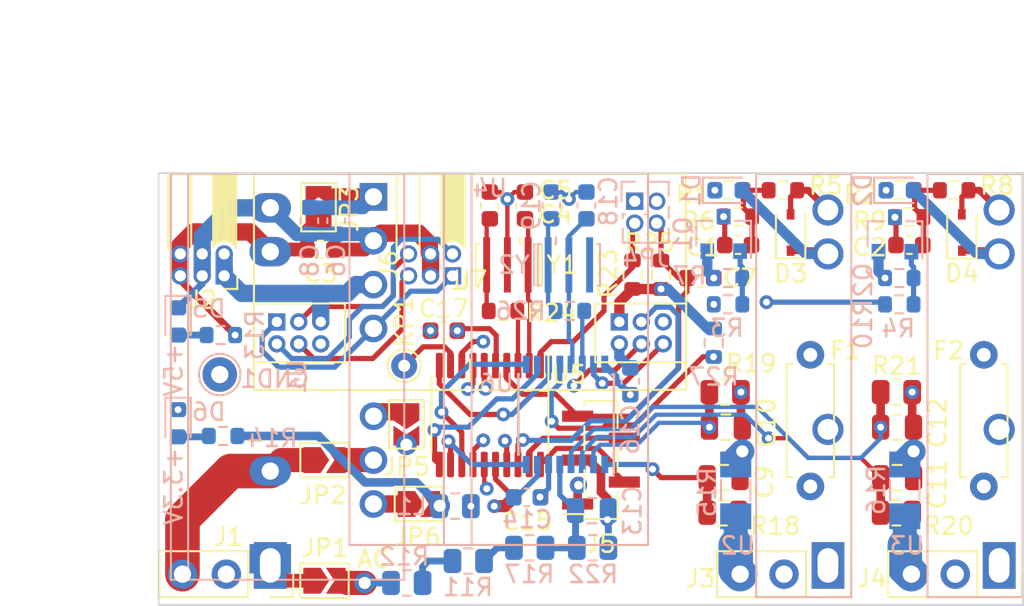
<source format=kicad_pcb>
(kicad_pcb (version 20171130) (host pcbnew "(5.1.10)-1")
  (layers (0 F.Cu signal) (1 In1.Cu signal) (2 In2.Cu signal) (31 B.Cu signal) (34 B.Paste user) (35 F.Paste user) (36 B.SilkS user) (37 F.SilkS user) (38 B.Mask user) (39 F.Mask user) (44 Edge.Cuts user))
  (net 0 "")
  (net 1 +5P)
  (net 2 GND1)
  (net 3 GNDPWR)
  (net 4 +5VP)
  (net 5 "Net-(D3-Pad2)")
  (net 6 "Net-(D4-Pad2)")
  (net 7 "Net-(F1-Pad2)")
  (net 8 AC)
  (net 9 "Net-(F2-Pad2)")
  (net 10 /Load1N)
  (net 11 /Load2N)
  (net 12 /I2C_Int)
  (net 13 /scl0)
  (net 14 /sda0)
  (net 15 /+5V_state)
  (net 16 "Net-(J1-Pad1)")
  (net 17 "Net-(J3-Pad1)")
  (net 18 "Net-(J4-Pad1)")
  (net 19 +3.3VP)
  (net 20 "Net-(D5-Pad2)")
  (net 21 "Net-(C5-Pad1)")
  (net 22 /nRst)
  (net 23 "Net-(C9-Pad2)")
  (net 24 "Net-(C10-Pad1)")
  (net 25 "Net-(C11-Pad2)")
  (net 26 "Net-(C12-Pad1)")
  (net 27 "Net-(C13-Pad2)")
  (net 28 "Net-(C18-Pad2)")
  (net 29 /SWDIO)
  (net 30 /SWCLK)
  (net 31 /L1_o1_nEn)
  (net 32 /L1_o2_nEn)
  (net 33 /SPI_MOSI)
  (net 34 /SPI_MISO)
  (net 35 /SPI_SCLK)
  (net 36 /SPI_SSEL)
  (net 37 /Int)
  (net 38 "Net-(C1-Pad2)")
  (net 39 "Net-(C1-Pad1)")
  (net 40 "Net-(C2-Pad2)")
  (net 41 "Net-(C2-Pad1)")
  (net 42 "Net-(D1-Pad1)")
  (net 43 "Net-(D2-Pad1)")
  (net 44 "Net-(Q1-Pad1)")
  (net 45 "Net-(Q2-Pad1)")
  (net 46 +5V)
  (net 47 "Net-(C4-Pad1)")
  (net 48 "Net-(C6-Pad2)")
  (net 49 "Net-(C14-Pad2)")
  (net 50 "Net-(C17-Pad2)")
  (net 51 "Net-(D6-Pad2)")
  (net 52 "Net-(J1-Pad3)")
  (net 53 "Net-(JP6-Pad1)")
  (net 54 "Net-(R11-Pad2)")
  (net 55 "Net-(R11-Pad1)")
  (net 56 "Net-(R24-Pad2)")
  (net 57 "Net-(R26-Pad1)")
  (net 58 "Net-(R27-Pad2)")
  (net 59 "Net-(KP1-Pad1)")
  (net 60 "Net-(JP5-Pad1)")
  (net 61 "Net-(JP4-Pad2)")
  (net 62 /I2C_SDA)
  (net 63 /I2C_SCL)
  (net 64 /+5V_valid)
  (net 65 "Net-(C19-Pad2)")
  (module Connector_PinSocket_1.27mm:PinSocket_1x05_P1.27mm_Vertical_SMD_Pin1Right (layer F.Cu) (at 100.588 91.618 180)
    (fp_text reference J5 (at 0 -4.85) (layer F.SilkS))
    (fp_text value "SWD (PLS5)")
    (pad 5 smd rect (at 1.35 2.54 180) (size 1.8 0.65) (layers F.Cu F.Paste F.Mask) (net 22 /nRst))
    (pad 3 smd rect (at 1.35 0 180) (size 1.8 0.65) (layers F.Cu F.Paste F.Mask) (net 3 GNDPWR))
    (pad 1 smd rect (at 1.35 -2.54 180) (size 1.8 0.65) (layers F.Cu F.Paste F.Mask) (net 19 +3.3VP))
    (pad 4 smd rect (at -1.35 1.27 180) (size 1.8 0.65) (layers F.Cu F.Paste F.Mask) (net 29 /SWDIO))
    (pad 2 smd rect (at -1.35 -1.27 180) (size 1.8 0.65) (layers F.Cu F.Paste F.Mask) (net 30 /SWCLK))
  )
  (module Modules:ADuM_I2C_Horizontal (layer F.Cu) (at 93.015 87.552 180)
    (fp_text reference U7 (at 0 6.35 180) (layer F.SilkS))
    (fp_text value ADuM_I2C_v3)
    (pad B6 thru_hole circle (at -11.176 2.665 180) (size 1 1) (drill 0.6) (layers *.Cu *.Mask) (net 37 /Int))
    (pad B5 thru_hole circle (at -11.176 3.935 180) (size 1 1) (drill 0.6) (layers *.Cu *.Mask) (net 64 /+5V_valid))
    (pad B4 thru_hole circle (at -9.906 2.665 180) (size 1 1) (drill 0.6) (layers *.Cu *.Mask) (net 63 /I2C_SCL))
    (pad B3 thru_hole circle (at -9.906 3.935 180) (size 1 1) (drill 0.6) (layers *.Cu *.Mask) (net 62 /I2C_SDA))
    (pad B2 thru_hole circle (at -8.636 2.665 180) (size 1 1) (drill 0.6) (layers *.Cu *.Mask) (net 3 GNDPWR))
    (pad B1 thru_hole rect (at -8.636 3.935 180) (size 1 1) (drill 0.6) (layers *.Cu *.Mask) (net 19 +3.3VP))
    (pad A6 thru_hole circle (at 8.636 2.665 180) (size 1 1) (drill 0.6) (layers *.Cu *.Mask) (net 2 GND1))
    (pad A5 thru_hole circle (at 8.636 3.935 180) (size 1 1) (drill 0.6) (layers *.Cu *.Mask) (net 1 +5P))
    (pad A4 thru_hole circle (at 9.906 2.665 180) (size 1 1) (drill 0.6) (layers *.Cu *.Mask) (net 13 /scl0))
    (pad A3 thru_hole circle (at 9.906 3.935 180) (size 1 1) (drill 0.6) (layers *.Cu *.Mask) (net 14 /sda0))
    (pad A2 thru_hole circle (at 11.176 2.665 180) (size 1 1) (drill 0.6) (layers *.Cu *.Mask) (net 12 /I2C_Int))
    (pad A1 thru_hole rect (at 11.176 3.935 180) (size 1 1) (drill 0.6) (layers *.Cu *.Mask) (net 15 /+5V_state))
  )
  (module Modules:DC5V_DC5V3V3_v3 (layer B.Cu) (at 91.5005 85.776 270)
    (fp_text reference U4 (at -9.906 -2.6575 180) (layer B.SilkS) (effects (justify mirror)))
    (fp_text value DC5V_DC5V3V3_v3)
    (pad 7 thru_hole circle (at 8.382 4.0735 180) (size 1.6 1.6) (drill 1) (layers *.Cu *.Mask) (net 53 "Net-(JP6-Pad1)"))
    (pad 6 thru_hole circle (at 5.842 4.0735 180) (size 1.6 1.6) (drill 1) (layers *.Cu *.Mask) (net 3 GNDPWR))
    (pad 5 thru_hole circle (at 3.302 4.064 180) (size 1.6 1.6) (drill 1) (layers *.Cu *.Mask) (net 60 "Net-(JP5-Pad1)"))
    (pad 4 thru_hole circle (at -1.778 4.0735 180) (size 1.6 1.6) (drill 1) (layers *.Cu *.Mask) (net 15 /+5V_state))
    (pad 3 thru_hole circle (at -4.318 4.0735 180) (size 1.6 1.6) (drill 1) (layers *.Cu *.Mask) (net 1 +5P))
    (pad 2 thru_hole circle (at -6.858 4.0735 180) (size 1.6 1.6) (drill 1) (layers *.Cu *.Mask) (net 2 GND1))
    (pad 1 thru_hole rect (at -9.398 4.0735 270) (size 1.6 1.6) (drill 1) (layers *.Cu *.Mask) (net 48 "Net-(C6-Pad2)"))
  )
  (module Modules:DC12003 (layer B.Cu) (at 81.458 97.333 90)
    (fp_text reference U1 (at 10.54 1.55 90) (layer B.SilkS) (effects (justify mirror)))
    (fp_text value DC12003)
    (pad 1 thru_hole rect (at 0 0 90) (size 1.7 2.4) (drill 1) (layers *.Cu *.Mask) (net 16 "Net-(J1-Pad1)"))
    (pad 2 thru_hole oval (at 5.08 0 90) (size 1.7 2.4) (drill 1) (layers *.Cu *.Mask) (net 52 "Net-(J1-Pad3)"))
    (pad 3 thru_hole oval (at 17.78 0 90) (size 1.7 2.4) (drill 1) (layers *.Cu *.Mask) (net 46 +5V))
    (pad 4 thru_hole oval (at 20.32 0 90) (size 1.7 2.4) (drill 1) (layers *.Cu *.Mask) (net 2 GND1))
  )
  (module Modules:PinHeader_1x03_P2.54mm_Vertical_for_DG301-5.0-02P (layer F.Cu) (at 123.622 98.222 270)
    (fp_text reference J4 (at 0.254 7.366 180) (layer F.SilkS))
    (fp_text value Load2)
    (pad 3 thru_hole oval (at 0 5.08 270) (size 1.7 1.7) (drill 1) (layers *.Cu *.Mask) (net 11 /Load2N))
    (pad 2 thru_hole oval (at 0 2.54 270) (size 1.7 1.7) (drill 1) (layers *.Cu *.Mask))
    (pad 1 thru_hole rect (at -0.508 0 270) (size 2.7 1.9) (drill oval 2 1.2) (layers *.Cu *.Mask) (net 18 "Net-(J4-Pad1)"))
  )
  (module Modules:PinHeader_1x03_P2.54mm_Vertical_for_DG301-5.0-02P (layer F.Cu) (at 113.716 98.222 270)
    (fp_text reference J3 (at 0.254 7.366 180) (layer F.SilkS))
    (fp_text value Load1)
    (pad 3 thru_hole oval (at 0 5.08 270) (size 1.7 1.7) (drill 1) (layers *.Cu *.Mask) (net 10 /Load1N))
    (pad 2 thru_hole oval (at 0 2.54 270) (size 1.7 1.7) (drill 1) (layers *.Cu *.Mask))
    (pad 1 thru_hole rect (at -0.508 0 270) (size 2.7 1.9) (drill oval 2 1.2) (layers *.Cu *.Mask) (net 17 "Net-(J3-Pad1)"))
  )
  (module Modules:PinHeader_1x03_P2.54mm_Vertical_for_DG301-5.0-02P (layer F.Cu) (at 81.458 98.222 270)
    (fp_text reference J1 (at -2.159 2.413 180) (layer F.SilkS))
    (fp_text value L_input)
    (pad 3 thru_hole oval (at 0 5.08 270) (size 1.7 1.7) (drill 1) (layers *.Cu *.Mask) (net 52 "Net-(J1-Pad3)"))
    (pad 2 thru_hole oval (at 0 2.54 270) (size 1.7 1.7) (drill 1) (layers *.Cu *.Mask))
    (pad 1 thru_hole rect (at -0.508 0 270) (size 2.7 1.9) (drill oval 2 1.2) (layers *.Cu *.Mask) (net 16 "Net-(J1-Pad1)"))
  )
  (module Modules:PinHeader_2x02_P1.27mm_Vertical (layer B.Cu) (at 102.54 76.632 270)
    (fp_text reference JP4 (at 3.302 -0.635) (layer B.SilkS) (effects (justify mirror)))
    (fp_text value Jumper_2x2_Open)
    (pad 4 thru_hole oval (at 1.27 -1.27 270) (size 1 1) (drill 0.65) (layers *.Cu *.Mask) (net 22 /nRst))
    (pad 3 thru_hole oval (at 0 -1.27 270) (size 1 1) (drill 0.65) (layers *.Cu *.Mask) (net 3 GNDPWR))
    (pad 2 thru_hole oval (at 1.27 0 270) (size 1 1) (drill 0.65) (layers *.Cu *.Mask) (net 61 "Net-(JP4-Pad2)"))
    (pad 1 thru_hole rect (at 0 0 270) (size 1 1) (drill 0.65) (layers *.Cu *.Mask) (net 3 GNDPWR))
  )
  (module Connector_PinSocket_1.27mm:PinSocket_2x03_P1.27mm_Horizontal (layer F.Cu) (at 91.999 80.95 270)
    (fp_text reference J6 (at -0.635 3.683 270) (layer F.SilkS))
    (fp_text value Dig_mod_iface)
    (pad 6 thru_hole oval (at -1.27 2.54 270) (size 1 1) (drill 0.65) (layers *.Cu *.Mask) (net 14 /sda0))
    (pad 5 thru_hole oval (at 0 2.54 270) (size 1 1) (drill 0.65) (layers *.Cu *.Mask) (net 13 /scl0))
    (pad 4 thru_hole oval (at -1.27 1.27 270) (size 1 1) (drill 0.65) (layers *.Cu *.Mask) (net 2 GND1))
    (pad 3 thru_hole oval (at 0 1.27 270) (size 1 1) (drill 0.65) (layers *.Cu *.Mask) (net 2 GND1))
    (pad 2 thru_hole oval (at -1.27 0 270) (size 1 1) (drill 0.65) (layers *.Cu *.Mask) (net 12 /I2C_Int))
    (pad 1 thru_hole rect (at 0 0 270) (size 1 1) (drill 0.65) (layers *.Cu *.Mask) (net 15 /+5V_state))
  )
  (module Capacitor_SMD:C_0603_1608Metric (layer F.Cu) (at 91.504 84.125)
    (fp_text reference C17 (at -0.013 -1.27 -180) (layer F.SilkS))
    (fp_text value 100nF)
    (pad 2 smd roundrect (at 0.775 0) (size 0.9 0.95) (layers F.Cu F.Paste F.Mask) (net 50 "Net-(C17-Pad2)"))
    (pad 1 smd roundrect (at -0.775 0) (size 0.9 0.95) (layers F.Cu F.Paste F.Mask) (net 3 GNDPWR))
  )
  (module TestPoint:TestPoint_THTPad_D1.5mm_Drill0.7mm (layer F.Cu) (at 89.205 86.157)
    (fp_text reference KP1 (at 0 -2.54 90) (layer F.SilkS))
    (fp_text value TestPoint_Small)
    (pad 1 thru_hole circle (at 0 0) (size 1.5 1.5) (drill 0.7) (layers *.Cu *.Mask) (net 59 "Net-(KP1-Pad1)"))
  )
  (module Resistor_THT:R_Axial_DIN0207_L6.3mm_D2.5mm_P7.62mm_Horizontal (layer F.Cu) (at 112.7 93.142 90)
    (fp_text reference F1 (at 7.874 2.032) (layer F.SilkS))
    (fp_text value 0.5A)
    (pad 2 thru_hole oval (at 7.62 0 90) (size 1.6 1.6) (drill 0.8) (layers *.Cu *.Mask) (net 7 "Net-(F1-Pad2)"))
    (pad 1 thru_hole circle (at 0 0 90) (size 1.6 1.6) (drill 0.8) (layers *.Cu *.Mask) (net 8 AC))
  )
  (module Resistor_SMD:R_0603_1608Metric (layer B.Cu) (at 107.112 84.823 270)
    (fp_text reference R27 (at 1.969 0 180) (layer B.SilkS) (effects (justify mirror)))
    (fp_text value 10k)
    (pad 2 smd roundrect (at 0.825 0 270) (size 0.8 0.95) (layers B.Cu B.Paste B.Mask) (net 58 "Net-(R27-Pad2)"))
    (pad 1 smd roundrect (at -0.825 0 270) (size 0.8 0.95) (layers B.Cu B.Paste B.Mask) (net 19 +3.3VP))
  )
  (module Resistor_SMD:R_0603_1608Metric (layer F.Cu) (at 104.064 80.887 90)
    (fp_text reference R25 (at 1.842 -0.635 180) (layer F.SilkS))
    (fp_text value 10k)
    (pad 2 smd roundrect (at 0.825 0 90) (size 0.8 0.95) (layers F.Cu F.Paste F.Mask) (net 22 /nRst))
    (pad 1 smd roundrect (at -0.825 0 90) (size 0.8 0.95) (layers F.Cu F.Paste F.Mask) (net 19 +3.3VP))
  )
  (module Resistor_SMD:R_0603_1608Metric (layer F.Cu) (at 102.413 80.886 270)
    (fp_text reference R23 (at -0.063 1.397 90) (layer F.SilkS))
    (fp_text value 10k)
    (pad 2 smd roundrect (at 0.825 0 270) (size 0.8 0.95) (layers F.Cu F.Paste F.Mask) (net 19 +3.3VP))
    (pad 1 smd roundrect (at -0.825 0 270) (size 0.8 0.95) (layers F.Cu F.Paste F.Mask) (net 61 "Net-(JP4-Pad2)"))
  )
  (module Resistor_SMD:R_0805_2012Metric (layer B.Cu) (at 92.1495 94.285)
    (fp_text reference L1 (at -2.5165 0 180) (layer B.SilkS) (effects (justify mirror)))
    (fp_text value 22u*)
    (pad 2 smd roundrect (at 0.9125 0) (size 1.025 1.4) (layers B.Cu B.Paste B.Mask) (roundrect_rratio 0.243902) (net 50 "Net-(C17-Pad2)"))
    (pad 1 smd roundrect (at -0.9125 0) (size 1.025 1.4) (layers B.Cu B.Paste B.Mask) (roundrect_rratio 0.243902) (net 19 +3.3VP))
  )
  (module Capacitor_SMD:C_0603_1608Metric (layer F.Cu) (at 96.317 93.777)
    (fp_text reference C15 (at 0 1.397) (layer F.SilkS))
    (fp_text value 100nF)
    (pad 2 smd roundrect (at 0.775 0) (size 0.9 0.95) (layers F.Cu F.Paste F.Mask) (net 3 GNDPWR))
    (pad 1 smd roundrect (at -0.775 0) (size 0.9 0.95) (layers F.Cu F.Paste F.Mask) (net 19 +3.3VP))
  )
  (module Capacitor_SMD:C_0603_1608Metric (layer B.Cu) (at 102.286 87.059 270)
    (fp_text reference C16 (at 2.781 0 270) (layer B.SilkS) (effects (justify mirror)))
    (fp_text value 100nF)
    (pad 2 smd roundrect (at 0.775 0 270) (size 0.9 0.95) (layers B.Cu B.Paste B.Mask) (net 19 +3.3VP))
    (pad 1 smd roundrect (at -0.775 0 270) (size 0.9 0.95) (layers B.Cu B.Paste B.Mask) (net 3 GNDPWR))
  )
  (module Capacitor_SMD:C_0603_1608Metric (layer B.Cu) (at 96.304 93.777 180)
    (fp_text reference C14 (at -0.013 -1.27 180) (layer B.SilkS) (effects (justify mirror)))
    (fp_text value 100nF)
    (pad 2 smd roundrect (at 0.775 0 180) (size 0.9 0.95) (layers B.Cu B.Paste B.Mask) (net 49 "Net-(C14-Pad2)"))
    (pad 1 smd roundrect (at -0.775 0 180) (size 0.9 0.95) (layers B.Cu B.Paste B.Mask) (net 3 GNDPWR))
  )
  (module Capacitor_SMD:C_0603_1608Metric (layer F.Cu) (at 106.337 81.077)
    (fp_text reference C7 (at 2.299 0 180) (layer F.SilkS))
    (fp_text value 100nF)
    (pad 2 smd roundrect (at 0.775 0) (size 0.9 0.95) (layers F.Cu F.Paste F.Mask) (net 3 GNDPWR))
    (pad 1 smd roundrect (at -0.775 0) (size 0.9 0.95) (layers F.Cu F.Paste F.Mask) (net 22 /nRst))
  )
  (module Crystal:Resonator_SMD_muRata_CSTxExxV-3Pin_3.0x1.1mm_HandSoldering (layer F.Cu) (at 95.174 80.315 180)
    (fp_text reference Y1 (at -3.175 0 180) (layer F.SilkS))
    (fp_text value CSTCE8M)
    (pad 3 smd rect (at 1.2 0 180) (size 0.4 3.2) (layers F.Cu F.Paste F.Mask) (net 21 "Net-(C5-Pad1)"))
    (pad 2 smd rect (at 0 0 180) (size 0.4 3.2) (layers F.Cu F.Paste F.Mask) (net 3 GNDPWR))
    (pad 1 smd rect (at -1.2 0 180) (size 0.4 3.2) (layers F.Cu F.Paste F.Mask) (net 47 "Net-(C4-Pad1)"))
  )
  (module Package_SO:TSSOP-20_4.4x6.5mm_P0.65mm (layer F.Cu) (at 94.162 89.0095 270)
    (fp_text reference U5 (at -2.3445 -4.568 180) (layer F.SilkS))
    (fp_text value STM32F030F4Px)
    (pad 20 smd roundrect (at 2.8625 -2.925 270) (size 1.475 0.4) (layers F.Cu F.Paste F.Mask) (net 30 /SWCLK))
    (pad 19 smd roundrect (at 2.8625 -2.275 270) (size 1.475 0.4) (layers F.Cu F.Paste F.Mask) (net 29 /SWDIO))
    (pad 18 smd roundrect (at 2.8625 -1.625 270) (size 1.475 0.4) (layers F.Cu F.Paste F.Mask) (net 62 /I2C_SDA))
    (pad 17 smd roundrect (at 2.8625 -0.975 270) (size 1.475 0.4) (layers F.Cu F.Paste F.Mask) (net 63 /I2C_SCL))
    (pad 16 smd roundrect (at 2.8625 -0.325 270) (size 1.475 0.4) (layers F.Cu F.Paste F.Mask) (net 19 +3.3VP))
    (pad 15 smd roundrect (at 2.8625 0.325 270) (size 1.475 0.4) (layers F.Cu F.Paste F.Mask) (net 3 GNDPWR))
    (pad 14 smd roundrect (at 2.8625 0.975 270) (size 1.475 0.4) (layers F.Cu F.Paste F.Mask) (net 64 /+5V_valid))
    (pad 13 smd roundrect (at 2.8625 1.625 270) (size 1.475 0.4) (layers F.Cu F.Paste F.Mask) (net 33 /SPI_MOSI))
    (pad 12 smd roundrect (at 2.8625 2.275 270) (size 1.475 0.4) (layers F.Cu F.Paste F.Mask) (net 34 /SPI_MISO))
    (pad 11 smd roundrect (at 2.8625 2.925 270) (size 1.475 0.4) (layers F.Cu F.Paste F.Mask) (net 35 /SPI_SCLK))
    (pad 10 smd roundrect (at -2.8625 2.925 270) (size 1.475 0.4) (layers F.Cu F.Paste F.Mask) (net 36 /SPI_SSEL))
    (pad 9 smd roundrect (at -2.8625 2.275 270) (size 1.475 0.4) (layers F.Cu F.Paste F.Mask) (net 59 "Net-(KP1-Pad1)"))
    (pad 8 smd roundrect (at -2.8625 1.625 270) (size 1.475 0.4) (layers F.Cu F.Paste F.Mask) (net 32 /L1_o2_nEn))
    (pad 7 smd roundrect (at -2.8625 0.975 270) (size 1.475 0.4) (layers F.Cu F.Paste F.Mask) (net 31 /L1_o1_nEn))
    (pad 6 smd roundrect (at -2.8625 0.325 270) (size 1.475 0.4) (layers F.Cu F.Paste F.Mask) (net 37 /Int))
    (pad 5 smd roundrect (at -2.8625 -0.325 270) (size 1.475 0.4) (layers F.Cu F.Paste F.Mask) (net 50 "Net-(C17-Pad2)"))
    (pad 4 smd roundrect (at -2.8625 -0.975 270) (size 1.475 0.4) (layers F.Cu F.Paste F.Mask) (net 22 /nRst))
    (pad 3 smd roundrect (at -2.8625 -1.625 270) (size 1.475 0.4) (layers F.Cu F.Paste F.Mask) (net 56 "Net-(R24-Pad2)"))
    (pad 2 smd roundrect (at -2.8625 -2.275 270) (size 1.475 0.4) (layers F.Cu F.Paste F.Mask) (net 47 "Net-(C4-Pad1)"))
    (pad 1 smd roundrect (at -2.8625 -2.925 270) (size 1.475 0.4) (layers F.Cu F.Paste F.Mask) (net 61 "Net-(JP4-Pad2)"))
  )
  (module Resistor_SMD:R_0603_1608Metric (layer F.Cu) (at 94.92 82.982)
    (fp_text reference R24 (at 2.794 0.127 180) (layer F.SilkS))
    (fp_text value 50)
    (pad 2 smd roundrect (at 0.825 0) (size 0.8 0.95) (layers F.Cu F.Paste F.Mask) (net 56 "Net-(R24-Pad2)"))
    (pad 1 smd roundrect (at -0.825 0) (size 0.8 0.95) (layers F.Cu F.Paste F.Mask) (net 21 "Net-(C5-Pad1)"))
  )
  (module Capacitor_SMD:C_0603_1608Metric (layer F.Cu) (at 94.158 76.873 90)
    (fp_text reference C5 (at 0.876 3.81) (layer F.SilkS))
    (fp_text value 10pF)
    (pad 2 smd roundrect (at 0.775 0 90) (size 0.9 0.95) (layers F.Cu F.Paste F.Mask) (net 3 GNDPWR))
    (pad 1 smd roundrect (at -0.775 0 90) (size 0.9 0.95) (layers F.Cu F.Paste F.Mask) (net 21 "Net-(C5-Pad1)"))
  )
  (module Capacitor_SMD:C_0603_1608Metric (layer F.Cu) (at 96.19 76.873 90)
    (fp_text reference C4 (at -0.521 1.778) (layer F.SilkS))
    (fp_text value 10pF)
    (pad 2 smd roundrect (at 0.775 0 90) (size 0.9 0.95) (layers F.Cu F.Paste F.Mask) (net 3 GNDPWR))
    (pad 1 smd roundrect (at -0.775 0 90) (size 0.9 0.95) (layers F.Cu F.Paste F.Mask) (net 47 "Net-(C4-Pad1)"))
  )
  (module TestPoint:TestPoint_THTPad_D2.0mm_Drill1.0mm (layer B.Cu) (at 78.537 86.665)
    (fp_text reference GND1 (at 3.175 0.254 180) (layer B.SilkS) (effects (justify mirror)))
    (fp_text value TestPoint_Small)
    (pad 1 thru_hole circle (at 0 0) (size 2 2) (drill 1) (layers *.Cu *.Mask) (net 2 GND1))
  )
  (module Crystal:Resonator_SMD_muRata_CSTxExxV-3Pin_3.0x1.1mm_HandSoldering (layer B.Cu) (at 98.73 80.315)
    (fp_text reference Y2 (at -3.175 0 180) (layer B.SilkS) (effects (justify mirror)))
    (fp_text value ABLS-3.579545MHZ-D-3-Y-T)
    (pad 3 smd rect (at 1.2 0) (size 0.4 3.2) (layers B.Cu B.Paste B.Mask))
    (pad 2 smd rect (at 0 0) (size 0.4 3.2) (layers B.Cu B.Paste B.Mask) (net 28 "Net-(C18-Pad2)"))
    (pad 1 smd rect (at -1.2 0) (size 0.4 3.2) (layers B.Cu B.Paste B.Mask) (net 65 "Net-(C19-Pad2)"))
  )
  (module Package_SO:SSOP-16_4.4x5.2mm_P0.65mm (layer B.Cu) (at 98.532 88.972 90)
    (fp_text reference U6 (at 1.799 -3.993) (layer B.SilkS) (effects (justify mirror)))
    (fp_text value HLW8112)
    (pad 16 smd rect (at 2.9 2.275 90) (size 1 0.4) (layers B.Cu B.Paste B.Mask) (net 19 +3.3VP))
    (pad 15 smd rect (at 2.9 1.625 90) (size 1 0.4) (layers B.Cu B.Paste B.Mask) (net 37 /Int))
    (pad 14 smd rect (at 2.9 0.975 90) (size 1 0.4) (layers B.Cu B.Paste B.Mask) (net 57 "Net-(R26-Pad1)"))
    (pad 13 smd rect (at 2.9 0.325 90) (size 1 0.4) (layers B.Cu B.Paste B.Mask) (net 28 "Net-(C18-Pad2)"))
    (pad 12 smd rect (at 2.9 -0.325 90) (size 1 0.4) (layers B.Cu B.Paste B.Mask) (net 58 "Net-(R27-Pad2)"))
    (pad 11 smd rect (at 2.9 -0.975 90) (size 1 0.4) (layers B.Cu B.Paste B.Mask) (net 36 /SPI_SSEL))
    (pad 10 smd rect (at 2.9 -1.625 90) (size 1 0.4) (layers B.Cu B.Paste B.Mask) (net 35 /SPI_SCLK))
    (pad 9 smd rect (at 2.9 -2.275 90) (size 1 0.4) (layers B.Cu B.Paste B.Mask) (net 33 /SPI_MOSI))
    (pad 8 smd rect (at -2.9 -2.275 90) (size 1 0.4) (layers B.Cu B.Paste B.Mask) (net 34 /SPI_MISO))
    (pad 7 smd rect (at -2.9 -1.625 90) (size 1 0.4) (layers B.Cu B.Paste B.Mask) (net 49 "Net-(C14-Pad2)"))
    (pad 6 smd rect (at -2.9 -0.975 90) (size 1 0.4) (layers B.Cu B.Paste B.Mask) (net 3 GNDPWR))
    (pad 5 smd rect (at -2.9 -0.325 90) (size 1 0.4) (layers B.Cu B.Paste B.Mask) (net 27 "Net-(C13-Pad2)"))
    (pad 4 smd rect (at -2.9 0.325 90) (size 1 0.4) (layers B.Cu B.Paste B.Mask) (net 26 "Net-(C12-Pad1)"))
    (pad 3 smd rect (at -2.9 0.975 90) (size 1 0.4) (layers B.Cu B.Paste B.Mask) (net 25 "Net-(C11-Pad2)"))
    (pad 2 smd rect (at -2.9 1.625 90) (size 1 0.4) (layers B.Cu B.Paste B.Mask) (net 24 "Net-(C10-Pad1)"))
    (pad 1 smd rect (at -2.9 2.275 90) (size 1 0.4) (layers B.Cu B.Paste B.Mask) (net 23 "Net-(C9-Pad2)"))
  )
  (module Resistor_SMD:R_0603_1608Metric (layer B.Cu) (at 98.793 82.982 180)
    (fp_text reference R26 (at 2.857 0 180) (layer B.SilkS) (effects (justify mirror)))
    (fp_text value 50)
    (pad 2 smd roundrect (at 0.825 0 180) (size 0.8 0.95) (layers B.Cu B.Paste B.Mask) (net 65 "Net-(C19-Pad2)"))
    (pad 1 smd roundrect (at -0.825 0 180) (size 0.8 0.95) (layers B.Cu B.Paste B.Mask) (net 57 "Net-(R26-Pad1)"))
  )
  (module Resistor_SMD:R_0805_2012Metric (layer B.Cu) (at 100.1035 96.698)
    (fp_text reference R22 (at 0.0235 1.524) (layer B.SilkS) (effects (justify mirror)))
    (fp_text value 1k)
    (pad 2 smd roundrect (at 0.9125 0) (size 1.025 1.4) (layers B.Cu B.Paste B.Mask) (roundrect_rratio 0.243902) (net 3 GNDPWR))
    (pad 1 smd roundrect (at -0.9125 0) (size 1.025 1.4) (layers B.Cu B.Paste B.Mask) (roundrect_rratio 0.243902) (net 27 "Net-(C13-Pad2)"))
  )
  (module Resistor_SMD:R_0805_2012Metric (layer B.Cu) (at 96.4675 96.698 180)
    (fp_text reference R17 (at 0.0235 -1.524) (layer B.SilkS) (effects (justify mirror)))
    (fp_text value 332k)
    (pad 2 smd roundrect (at 0.9125 0 180) (size 1.025 1.4) (layers B.Cu B.Paste B.Mask) (roundrect_rratio 0.243902) (net 55 "Net-(R11-Pad1)"))
    (pad 1 smd roundrect (at -0.9125 0 180) (size 1.025 1.4) (layers B.Cu B.Paste B.Mask) (roundrect_rratio 0.243902) (net 27 "Net-(C13-Pad2)"))
  )
  (module Resistor_SMD:R_0805_2012Metric (layer B.Cu) (at 89.3555 98.73 180)
    (fp_text reference R12 (at 0.1505 1.524) (layer B.SilkS) (effects (justify mirror)))
    (fp_text value 332k)
    (pad 2 smd roundrect (at 0.9125 0 180) (size 1.025 1.4) (layers B.Cu B.Paste B.Mask) (roundrect_rratio 0.243902) (net 8 AC))
    (pad 1 smd roundrect (at -0.9125 0 180) (size 1.025 1.4) (layers B.Cu B.Paste B.Mask) (roundrect_rratio 0.243902) (net 54 "Net-(R11-Pad2)"))
  )
  (module Resistor_SMD:R_0805_2012Metric (layer B.Cu) (at 92.9115 97.46 180)
    (fp_text reference R11 (at 0.0235 -1.524) (layer B.SilkS) (effects (justify mirror)))
    (fp_text value 332k)
    (pad 2 smd roundrect (at 0.9125 0 180) (size 1.025 1.4) (layers B.Cu B.Paste B.Mask) (roundrect_rratio 0.243902) (net 54 "Net-(R11-Pad2)"))
    (pad 1 smd roundrect (at -0.9125 0 180) (size 1.025 1.4) (layers B.Cu B.Paste B.Mask) (roundrect_rratio 0.243902) (net 55 "Net-(R11-Pad1)"))
  )
  (module Resistor_SMD:R_0603_1608Metric (layer B.Cu) (at 107.938 81.077 180)
    (fp_text reference R7 (at 2.222 0.127 180) (layer B.SilkS) (effects (justify mirror)))
    (fp_text value 20k)
    (pad 2 smd roundrect (at 0.825 0 180) (size 0.8 0.95) (layers B.Cu B.Paste B.Mask) (net 3 GNDPWR))
    (pad 1 smd roundrect (at -0.825 0 180) (size 0.8 0.95) (layers B.Cu B.Paste B.Mask) (net 44 "Net-(Q1-Pad1)"))
  )
  (module Resistor_SMD:R_0603_1608Metric (layer B.Cu) (at 107.938 82.601 180)
    (fp_text reference R3 (at 0.064 -1.3716 180) (layer B.SilkS) (effects (justify mirror)))
    (fp_text value 1k)
    (pad 2 smd roundrect (at 0.825 0 180) (size 0.8 0.95) (layers B.Cu B.Paste B.Mask) (net 31 /L1_o1_nEn))
    (pad 1 smd roundrect (at -0.825 0 180) (size 0.8 0.95) (layers B.Cu B.Paste B.Mask) (net 44 "Net-(Q1-Pad1)"))
  )
  (module Package_TO_SOT_SMD:SOT-23 (layer B.Cu) (at 107.686 78.521 90)
    (fp_text reference Q1 (at 0 -2.352 90) (layer B.SilkS) (effects (justify mirror)))
    (fp_text value 2N5551S)
    (pad 3 smd rect (at 1 0 90) (size 0.9 0.8) (layers B.Cu B.Paste B.Mask) (net 39 "Net-(C1-Pad1)"))
    (pad 2 smd rect (at -1 -0.95 90) (size 0.9 0.8) (layers B.Cu B.Paste B.Mask) (net 3 GNDPWR))
    (pad 1 smd rect (at -1 0.95 90) (size 0.9 0.8) (layers B.Cu B.Paste B.Mask) (net 44 "Net-(Q1-Pad1)"))
  )
  (module Jumper:SolderJumper-2_P1.3mm_Open_TrianglePad1.0x1.5mm (layer F.Cu) (at 90.057 94.158)
    (fp_text reference JP6 (at -0.09 1.905) (layer F.SilkS))
    (fp_text value 3.3VP_en)
    (pad 1 smd custom (at -0.725 0) (size 0.3 0.3) (layers F.Cu F.Mask) (net 53 "Net-(JP6-Pad1)") (options (clearance outline) (anchor rect)) (primitives (gr_poly (pts (xy -0.5 -0.75) (xy 0.5 -0.75) (xy 1 0) (xy 0.5 0.75) (xy -0.5 0.75)) (width 0))))
    (pad 2 smd custom (at 0.725 0) (size 0.3 0.3) (layers F.Cu F.Mask) (net 19 +3.3VP) (options (clearance outline) (anchor rect)) (primitives (gr_poly (pts (xy -0.65 -0.75) (xy 0.5 -0.75) (xy 0.5 0.75) (xy -0.65 0.75) (xy -0.15 0)) (width 0))))
  )
  (module Jumper:SolderJumper-2_P1.3mm_Open_TrianglePad1.0x1.5mm (layer F.Cu) (at 89.332 89.549 270)
    (fp_text reference JP5 (at 2.45 0 180) (layer F.SilkS))
    (fp_text value 5VP_en)
    (pad 1 smd custom (at -0.725 0 270) (size 0.3 0.3) (layers F.Cu F.Mask) (net 60 "Net-(JP5-Pad1)") (options (clearance outline) (anchor rect)) (primitives (gr_poly (pts (xy -0.5 -0.75) (xy 0.5 -0.75) (xy 1 0) (xy 0.5 0.75) (xy -0.5 0.75)) (width 0))))
    (pad 2 smd custom (at 0.725 0 270) (size 0.3 0.3) (layers F.Cu F.Mask) (net 4 +5VP) (options (clearance outline) (anchor rect)) (primitives (gr_poly (pts (xy -0.65 -0.75) (xy 0.5 -0.75) (xy 0.5 0.75) (xy -0.65 0.75) (xy -0.15 0)) (width 0))))
  )
  (module Jumper:SolderJumper-2_P1.3mm_Open_TrianglePad1.0x1.5mm (layer F.Cu) (at 84.252 76.976 90)
    (fp_text reference JP3 (at -0.09 1.778 270) (layer F.SilkS))
    (fp_text value 5V_en)
    (pad 1 smd custom (at -0.725 0 90) (size 0.3 0.3) (layers F.Cu F.Mask) (net 46 +5V) (options (clearance outline) (anchor rect)) (primitives (gr_poly (pts (xy -0.5 -0.75) (xy 0.5 -0.75) (xy 1 0) (xy 0.5 0.75) (xy -0.5 0.75)) (width 0))))
    (pad 2 smd custom (at 0.725 0 90) (size 0.3 0.3) (layers F.Cu F.Mask) (net 48 "Net-(C6-Pad2)") (options (clearance outline) (anchor rect)) (primitives (gr_poly (pts (xy -0.65 -0.75) (xy 0.5 -0.75) (xy 0.5 0.75) (xy -0.65 0.75) (xy -0.15 0)) (width 0))))
  )
  (module Capacitor_SMD:C_0603_1608Metric (layer B.Cu) (at 97.714 76.873 270)
    (fp_text reference C19 (at 0.013 1.143 90) (layer B.SilkS) (effects (justify mirror)))
    (fp_text value 22pF)
    (pad 2 smd roundrect (at 0.775 0 270) (size 0.9 0.95) (layers B.Cu B.Paste B.Mask) (net 65 "Net-(C19-Pad2)"))
    (pad 1 smd roundrect (at -0.775 0 270) (size 0.9 0.95) (layers B.Cu B.Paste B.Mask) (net 3 GNDPWR))
  )
  (module Capacitor_SMD:C_0603_1608Metric (layer B.Cu) (at 99.746 76.873 270)
    (fp_text reference C18 (at -0.241 -1.27 90) (layer B.SilkS) (effects (justify mirror)))
    (fp_text value 22pF)
    (pad 2 smd roundrect (at 0.775 0 270) (size 0.9 0.95) (layers B.Cu B.Paste B.Mask) (net 28 "Net-(C18-Pad2)"))
    (pad 1 smd roundrect (at -0.775 0 270) (size 0.9 0.95) (layers B.Cu B.Paste B.Mask) (net 3 GNDPWR))
  )
  (module Capacitor_SMD:C_0805_2012Metric (layer B.Cu) (at 100.066 94.539 180)
    (fp_text reference C13 (at -2.347 0 270) (layer B.SilkS) (effects (justify mirror)))
    (fp_text value 33nF)
    (pad 2 smd roundrect (at 0.95 0 180) (size 1 1.45) (layers B.Cu B.Paste B.Mask) (net 27 "Net-(C13-Pad2)"))
    (pad 1 smd roundrect (at -0.95 0 180) (size 1 1.45) (layers B.Cu B.Paste B.Mask) (net 3 GNDPWR))
  )
  (module Capacitor_SMD:C_0603_1608Metric (layer B.Cu) (at 83.718 77.762 90)
    (fp_text reference C8 (at -2.299 0.026 90) (layer B.SilkS) (effects (justify mirror)))
    (fp_text value 100nF)
    (pad 2 smd roundrect (at 0.775 0 90) (size 0.9 0.95) (layers B.Cu B.Paste B.Mask) (net 48 "Net-(C6-Pad2)"))
    (pad 1 smd roundrect (at -0.775 0 90) (size 0.9 0.95) (layers B.Cu B.Paste B.Mask) (net 2 GND1))
  )
  (module Capacitor_SMD:C_0603_1608Metric (layer B.Cu) (at 85.268 77.762 90)
    (fp_text reference C6 (at -2.299 0 90) (layer B.SilkS) (effects (justify mirror)))
    (fp_text value 10uF)
    (pad 2 smd roundrect (at 0.775 0 90) (size 0.9 0.95) (layers B.Cu B.Paste B.Mask) (net 48 "Net-(C6-Pad2)"))
    (pad 1 smd roundrect (at -0.775 0 90) (size 0.9 0.95) (layers B.Cu B.Paste B.Mask) (net 2 GND1))
  )
  (module Resistor_SMD:R_0603_1608Metric (layer B.Cu) (at 117.844 82.601 180)
    (fp_text reference R4 (at 0.064 -1.397 180) (layer B.SilkS) (effects (justify mirror)))
    (fp_text value 1k)
    (pad 2 smd roundrect (at 0.825 0 180) (size 0.8 0.95) (layers B.Cu B.Paste B.Mask) (net 32 /L1_o2_nEn))
    (pad 1 smd roundrect (at -0.825 0 180) (size 0.8 0.95) (layers B.Cu B.Paste B.Mask) (net 45 "Net-(Q2-Pad1)"))
  )
  (module Resistor_SMD:R_0603_1608Metric (layer B.Cu) (at 117.844 81.077 180)
    (fp_text reference R10 (at 2.096 -2.667 90) (layer B.SilkS) (effects (justify mirror)))
    (fp_text value 20k)
    (pad 2 smd roundrect (at 0.825 0 180) (size 0.8 0.95) (layers B.Cu B.Paste B.Mask) (net 3 GNDPWR))
    (pad 1 smd roundrect (at -0.825 0 180) (size 0.8 0.95) (layers B.Cu B.Paste B.Mask) (net 45 "Net-(Q2-Pad1)"))
  )
  (module Package_TO_SOT_SMD:SOT-23 (layer B.Cu) (at 117.592 78.553 90)
    (fp_text reference Q2 (at -2.651 -1.844 90) (layer B.SilkS) (effects (justify mirror)))
    (fp_text value 2N5551S)
    (pad 3 smd rect (at 1 0 90) (size 0.9 0.8) (layers B.Cu B.Paste B.Mask) (net 41 "Net-(C2-Pad1)"))
    (pad 2 smd rect (at -1 -0.95 90) (size 0.9 0.8) (layers B.Cu B.Paste B.Mask) (net 3 GNDPWR))
    (pad 1 smd rect (at -1 0.95 90) (size 0.9 0.8) (layers B.Cu B.Paste B.Mask) (net 45 "Net-(Q2-Pad1)"))
  )
  (module Resistor_SMD:R_0603_1608Metric (layer B.Cu) (at 78.728 90.221)
    (fp_text reference R14 (at 2.857 0.127) (layer B.SilkS) (effects (justify mirror)))
    (fp_text value 10k)
    (pad 2 smd roundrect (at 0.825 0) (size 0.8 0.95) (layers B.Cu B.Paste B.Mask) (net 19 +3.3VP))
    (pad 1 smd roundrect (at -0.825 0) (size 0.8 0.95) (layers B.Cu B.Paste B.Mask) (net 51 "Net-(D6-Pad2)"))
  )
  (module Jumper:SolderJumper-2_P1.3mm_Open_TrianglePad1.0x1.5mm (layer F.Cu) (at 84.596 91.618)
    (fp_text reference JP2 (at -0.09 2.032) (layer F.SilkS))
    (fp_text value N_en)
    (pad 1 smd custom (at -0.725 0) (size 0.3 0.3) (layers F.Cu F.Mask) (net 52 "Net-(J1-Pad3)") (options (clearance outline) (anchor rect)) (primitives (gr_poly (pts (xy -0.5 -0.75) (xy 0.5 -0.75) (xy 1 0) (xy 0.5 0.75) (xy -0.5 0.75)) (width 0))))
    (pad 2 smd custom (at 0.725 0) (size 0.3 0.3) (layers F.Cu F.Mask) (net 3 GNDPWR) (options (clearance outline) (anchor rect)) (primitives (gr_poly (pts (xy -0.65 -0.75) (xy 0.5 -0.75) (xy 0.5 0.75) (xy -0.65 0.75) (xy -0.15 0)) (width 0))))
  )
  (module LED_SMD:LED_0603_1608Metric (layer B.Cu) (at 76.124 89.4845 270)
    (fp_text reference D6 (at -0.6605 -1.778 180) (layer B.SilkS) (effects (justify mirror)))
    (fp_text value +3.3VP)
    (pad 2 smd roundrect (at 0.7875 0 270) (size 0.875 0.95) (layers B.Cu B.Paste B.Mask) (net 51 "Net-(D6-Pad2)"))
    (pad 1 smd roundrect (at -0.7875 0 270) (size 0.875 0.95) (layers B.Cu B.Paste B.Mask) (net 3 GNDPWR))
  )
  (module Modules:G3MB-202PL (layer B.Cu) (at 113.716 97.46 90)
    (fp_text reference U2 (at 0.889 -5.207 180) (layer B.SilkS) (effects (justify mirror)))
    (fp_text value G3MB-202PL)
    (pad 4 thru_hole circle (at 20.32 0 90) (size 1.8 1.8) (drill 1.2) (layers *.Cu *.Mask) (net 5 "Net-(D3-Pad2)"))
    (pad 3 thru_hole circle (at 17.78 0 90) (size 1.8 1.8) (drill 1.2) (layers *.Cu *.Mask) (net 4 +5VP))
    (pad 2 thru_hole circle (at 7.62 0 90) (size 1.8 1.8) (drill 1.2) (layers *.Cu *.Mask) (net 7 "Net-(F1-Pad2)"))
    (pad 1 thru_hole rect (at 0 0 90) (size 1.8 1.8) (drill 1.2) (layers *.Cu *.Mask) (net 17 "Net-(J3-Pad1)"))
  )
  (module Resistor_SMD:R_0805_2012Metric (layer F.Cu) (at 117.6765 87.681 180)
    (fp_text reference R21 (at -0.0235 1.524) (layer F.SilkS))
    (fp_text value 100)
    (pad 2 smd roundrect (at 0.9125 0 180) (size 1.025 1.4) (layers F.Cu F.Paste F.Mask) (roundrect_rratio 0.243902) (net 26 "Net-(C12-Pad1)"))
    (pad 1 smd roundrect (at -0.9125 0 180) (size 1.025 1.4) (layers F.Cu F.Paste F.Mask) (roundrect_rratio 0.243902) (net 3 GNDPWR))
  )
  (module Resistor_SMD:R_0805_2012Metric (layer F.Cu) (at 117.6765 94.666 180)
    (fp_text reference R20 (at -3.0245 -0.762) (layer F.SilkS))
    (fp_text value 100)
    (pad 1 smd roundrect (at -0.9125 0 180) (size 1.025 1.4) (layers F.Cu F.Paste F.Mask) (roundrect_rratio 0.243902) (net 11 /Load2N))
    (pad 2 smd roundrect (at 0.9125 0 180) (size 1.025 1.4) (layers F.Cu F.Paste F.Mask) (roundrect_rratio 0.243902) (net 25 "Net-(C11-Pad2)"))
  )
  (module Resistor_SMD:R_0805_2012Metric (layer F.Cu) (at 107.7705 87.681 180)
    (fp_text reference R19 (at -1.5005 1.651) (layer F.SilkS))
    (fp_text value 100)
    (pad 2 smd roundrect (at 0.9125 0 180) (size 1.025 1.4) (layers F.Cu F.Paste F.Mask) (roundrect_rratio 0.243902) (net 24 "Net-(C10-Pad1)"))
    (pad 1 smd roundrect (at -0.9125 0 180) (size 1.025 1.4) (layers F.Cu F.Paste F.Mask) (roundrect_rratio 0.243902) (net 3 GNDPWR))
  )
  (module Resistor_SMD:R_0805_2012Metric (layer F.Cu) (at 107.6435 94.666 180)
    (fp_text reference R18 (at -3.0245 -0.762 180) (layer F.SilkS))
    (fp_text value 100)
    (pad 2 smd roundrect (at 0.9125 0 180) (size 1.025 1.4) (layers F.Cu F.Paste F.Mask) (roundrect_rratio 0.243902) (net 23 "Net-(C9-Pad2)"))
    (pad 1 smd roundrect (at -0.9125 0 180) (size 1.025 1.4) (layers F.Cu F.Paste F.Mask) (roundrect_rratio 0.243902) (net 10 /Load1N))
  )
  (module Resistor_SMD:R_MiniMELF_MMA-0204 (layer B.Cu) (at 118.161 93.372 90)
    (fp_text reference R16 (at 0.024 -1.651 270) (layer B.SilkS) (effects (justify mirror)))
    (fp_text value 0.001)
    (pad 2 smd rect (at 1.5 0 90) (size 1.5 1.8) (layers B.Cu B.Paste B.Mask) (net 3 GNDPWR))
    (pad 1 smd rect (at -1.5 0 90) (size 1.5 1.8) (layers B.Cu B.Paste B.Mask) (net 11 /Load2N))
  )
  (module Resistor_SMD:R_MiniMELF_MMA-0204 (layer B.Cu) (at 108.382 93.372 90)
    (fp_text reference R15 (at -0.103 -1.651 270) (layer B.SilkS) (effects (justify mirror)))
    (fp_text value 0.001)
    (pad 2 smd rect (at 1.5 0 90) (size 1.5 1.8) (layers B.Cu B.Paste B.Mask) (net 3 GNDPWR))
    (pad 1 smd rect (at -1.5 0 90) (size 1.5 1.8) (layers B.Cu B.Paste B.Mask) (net 10 /Load1N))
  )
  (module Capacitor_SMD:C_0805_2012Metric (layer F.Cu) (at 117.714 89.713)
    (fp_text reference C12 (at 2.352 -0.254 90) (layer F.SilkS))
    (fp_text value 330nF)
    (pad 2 smd roundrect (at 0.95 0) (size 1 1.45) (layers F.Cu F.Paste F.Mask) (net 3 GNDPWR))
    (pad 1 smd roundrect (at -0.95 0) (size 1 1.45) (layers F.Cu F.Paste F.Mask) (net 26 "Net-(C12-Pad1)"))
  )
  (module Capacitor_SMD:C_0805_2012Metric (layer F.Cu) (at 117.719 92.634 180)
    (fp_text reference C11 (at -2.347 -0.381 90) (layer F.SilkS))
    (fp_text value 330nF)
    (pad 2 smd roundrect (at 0.95 0 180) (size 1 1.45) (layers F.Cu F.Paste F.Mask) (net 25 "Net-(C11-Pad2)"))
    (pad 1 smd roundrect (at -0.95 0 180) (size 1 1.45) (layers F.Cu F.Paste F.Mask) (net 3 GNDPWR))
  )
  (module Capacitor_SMD:C_0805_2012Metric (layer F.Cu) (at 107.813 89.713)
    (fp_text reference C10 (at 2.347 -0.254 90) (layer F.SilkS))
    (fp_text value 330nF)
    (pad 2 smd roundrect (at 0.95 0) (size 1 1.45) (layers F.Cu F.Paste F.Mask) (net 3 GNDPWR))
    (pad 1 smd roundrect (at -0.95 0) (size 1 1.45) (layers F.Cu F.Paste F.Mask) (net 24 "Net-(C10-Pad1)"))
  )
  (module Capacitor_SMD:C_0805_2012Metric (layer F.Cu) (at 107.681 92.634 180)
    (fp_text reference C9 (at -2.352 -0.254 90) (layer F.SilkS))
    (fp_text value 330nF)
    (pad 2 smd roundrect (at 0.95 0 180) (size 1 1.45) (layers F.Cu F.Paste F.Mask) (net 23 "Net-(C9-Pad2)"))
    (pad 1 smd roundrect (at -0.95 0 180) (size 1 1.45) (layers F.Cu F.Paste F.Mask) (net 3 GNDPWR))
  )
  (module Resistor_SMD:R_0603_1608Metric (layer F.Cu) (at 118.4145 77.5591 180)
    (fp_text reference R9 (at 2.2855 -0.2159) (layer F.SilkS))
    (fp_text value 470)
    (pad 2 smd roundrect (at 0.825 0 180) (size 0.8 0.95) (layers F.Cu F.Paste F.Mask) (net 41 "Net-(C2-Pad1)"))
    (pad 1 smd roundrect (at -0.825 0 180) (size 0.8 0.95) (layers F.Cu F.Paste F.Mask) (net 40 "Net-(C2-Pad2)"))
  )
  (module Resistor_SMD:R_0603_1608Metric (layer F.Cu) (at 121.018 75.997)
    (fp_text reference R8 (at 2.477 -0.254) (layer F.SilkS))
    (fp_text value 220)
    (pad 2 smd roundrect (at 0.825 0) (size 0.8 0.95) (layers F.Cu F.Paste F.Mask) (net 6 "Net-(D4-Pad2)"))
    (pad 1 smd roundrect (at -0.825 0) (size 0.8 0.95) (layers F.Cu F.Paste F.Mask) (net 40 "Net-(C2-Pad2)"))
  )
  (module Resistor_SMD:R_0603_1608Metric (layer F.Cu) (at 108.5085 77.521 180)
    (fp_text reference R6 (at 2.2855 -0.254) (layer F.SilkS))
    (fp_text value 470)
    (pad 2 smd roundrect (at 0.825 0 180) (size 0.8 0.95) (layers F.Cu F.Paste F.Mask) (net 39 "Net-(C1-Pad1)"))
    (pad 1 smd roundrect (at -0.825 0 180) (size 0.8 0.95) (layers F.Cu F.Paste F.Mask) (net 38 "Net-(C1-Pad2)"))
  )
  (module Resistor_SMD:R_0603_1608Metric (layer F.Cu) (at 111.112 75.997)
    (fp_text reference R5 (at 2.477 -0.254) (layer F.SilkS))
    (fp_text value 220)
    (pad 2 smd roundrect (at 0.825 0) (size 0.8 0.95) (layers F.Cu F.Paste F.Mask) (net 5 "Net-(D3-Pad2)"))
    (pad 1 smd roundrect (at -0.825 0) (size 0.8 0.95) (layers F.Cu F.Paste F.Mask) (net 38 "Net-(C1-Pad2)"))
  )
  (module Resistor_SMD:R_0603_1608Metric (layer F.Cu) (at 117.9065 75.997 180)
    (fp_text reference R2 (at 2.2855 -0.254 180) (layer F.SilkS))
    (fp_text value 360)
    (pad 2 smd roundrect (at 0.825 0 180) (size 0.8 0.95) (layers F.Cu F.Paste F.Mask) (net 43 "Net-(D2-Pad1)"))
    (pad 1 smd roundrect (at -0.825 0 180) (size 0.8 0.95) (layers F.Cu F.Paste F.Mask) (net 40 "Net-(C2-Pad2)"))
  )
  (module Resistor_SMD:R_0603_1608Metric (layer F.Cu) (at 108.0005 75.997 180)
    (fp_text reference R1 (at 2.095 -0.254 180) (layer F.SilkS))
    (fp_text value 360)
    (pad 2 smd roundrect (at 0.825 0 180) (size 0.8 0.95) (layers F.Cu F.Paste F.Mask) (net 42 "Net-(D1-Pad1)"))
    (pad 1 smd roundrect (at -0.825 0 180) (size 0.8 0.95) (layers F.Cu F.Paste F.Mask) (net 38 "Net-(C1-Pad2)"))
  )
  (module Diode_SMD:D_SOD-323 (layer F.Cu) (at 121.463 78.444 90)
    (fp_text reference D4 (at -2.379 0) (layer F.SilkS))
    (fp_text value 1N4148WS)
    (pad 2 smd rect (at 1.05 0 90) (size 0.6 0.45) (layers F.Cu F.Paste F.Mask) (net 6 "Net-(D4-Pad2)"))
    (pad 1 smd rect (at -1.05 0 90) (size 0.6 0.45) (layers F.Cu F.Paste F.Mask) (net 4 +5VP))
  )
  (module Diode_SMD:D_SOD-323 (layer F.Cu) (at 111.557 78.444 90)
    (fp_text reference D3 (at -2.379 0) (layer F.SilkS))
    (fp_text value 1N4148WS)
    (pad 2 smd rect (at 1.05 0 90) (size 0.6 0.45) (layers F.Cu F.Paste F.Mask) (net 5 "Net-(D3-Pad2)"))
    (pad 1 smd rect (at -1.05 0 90) (size 0.6 0.45) (layers F.Cu F.Paste F.Mask) (net 4 +5VP))
  )
  (module LED_SMD:LED_0603_1608Metric (layer B.Cu) (at 117.869 75.997)
    (fp_text reference D2 (at -2.1335 0 90) (layer B.SilkS) (effects (justify mirror)))
    (fp_text value LED)
    (pad 2 smd roundrect (at 0.7875 0) (size 0.875 0.95) (layers B.Cu B.Paste B.Mask) (net 4 +5VP))
    (pad 1 smd roundrect (at -0.7875 0) (size 0.875 0.95) (layers B.Cu B.Paste B.Mask) (net 43 "Net-(D2-Pad1)"))
  )
  (module LED_SMD:LED_0603_1608Metric (layer B.Cu) (at 107.963 75.997)
    (fp_text reference D1 (at -2.1335 0 270) (layer B.SilkS) (effects (justify mirror)))
    (fp_text value LED)
    (pad 2 smd roundrect (at 0.7875 0) (size 0.875 0.95) (layers B.Cu B.Paste B.Mask) (net 4 +5VP))
    (pad 1 smd roundrect (at -0.7875 0) (size 0.875 0.95) (layers B.Cu B.Paste B.Mask) (net 42 "Net-(D1-Pad1)"))
  )
  (module Capacitor_SMD:C_0603_1608Metric (layer F.Cu) (at 118.428 79.172)
    (fp_text reference C2 (at -2.299 0.127) (layer F.SilkS))
    (fp_text value 100nF)
    (pad 2 smd roundrect (at 0.775 0) (size 0.9 0.95) (layers F.Cu F.Paste F.Mask) (net 40 "Net-(C2-Pad2)"))
    (pad 1 smd roundrect (at -0.775 0) (size 0.9 0.95) (layers F.Cu F.Paste F.Mask) (net 41 "Net-(C2-Pad1)"))
  )
  (module Capacitor_SMD:C_0603_1608Metric (layer F.Cu) (at 108.522 79.172)
    (fp_text reference C1 (at -2.045 0.127) (layer F.SilkS))
    (fp_text value 100nF)
    (pad 2 smd roundrect (at 0.775 0) (size 0.9 0.95) (layers F.Cu F.Paste F.Mask) (net 38 "Net-(C1-Pad2)"))
    (pad 1 smd roundrect (at -0.775 0) (size 0.9 0.95) (layers F.Cu F.Paste F.Mask) (net 39 "Net-(C1-Pad1)"))
  )
  (module Resistor_SMD:R_0603_1608Metric (layer B.Cu) (at 78.6 84.379)
    (fp_text reference R13 (at 1.969 0 90) (layer B.SilkS) (effects (justify mirror)))
    (fp_text value 10k)
    (pad 2 smd roundrect (at 0.825 0) (size 0.8 0.95) (layers B.Cu B.Paste B.Mask) (net 46 +5V))
    (pad 1 smd roundrect (at -0.825 0) (size 0.8 0.95) (layers B.Cu B.Paste B.Mask) (net 20 "Net-(D5-Pad2)"))
  )
  (module LED_SMD:LED_0603_1608Metric (layer B.Cu) (at 76.124 83.5915 270)
    (fp_text reference D5 (at -0.7365 -1.778 180) (layer B.SilkS) (effects (justify mirror)))
    (fp_text value +5V)
    (pad 2 smd roundrect (at 0.7875 0 270) (size 0.875 0.95) (layers B.Cu B.Paste B.Mask) (net 20 "Net-(D5-Pad2)"))
    (pad 1 smd roundrect (at -0.7875 0 270) (size 0.875 0.95) (layers B.Cu B.Paste B.Mask) (net 2 GND1))
  )
  (module Capacitor_SMD:C_0603_1608Metric (layer F.Cu) (at 84.366 79.426 180)
    (fp_text reference C3 (at -0.013 -1.397) (layer F.SilkS))
    (fp_text value 100nF)
    (pad 2 smd roundrect (at 0.775 0 180) (size 0.9 0.95) (layers F.Cu F.Paste F.Mask) (net 46 +5V))
    (pad 1 smd roundrect (at -0.775 0 180) (size 0.9 0.95) (layers F.Cu F.Paste F.Mask) (net 2 GND1))
  )
  (module Modules:G3MB-202PL (layer B.Cu) (at 123.622 97.46 90)
    (fp_text reference U3 (at 0.889 -5.334 180) (layer B.SilkS) (effects (justify mirror)))
    (fp_text value G3MB-202PL)
    (pad 4 thru_hole circle (at 20.32 0 90) (size 1.8 1.8) (drill 1.2) (layers *.Cu *.Mask) (net 6 "Net-(D4-Pad2)"))
    (pad 3 thru_hole circle (at 17.78 0 90) (size 1.8 1.8) (drill 1.2) (layers *.Cu *.Mask) (net 4 +5VP))
    (pad 2 thru_hole circle (at 7.62 0 90) (size 1.8 1.8) (drill 1.2) (layers *.Cu *.Mask) (net 9 "Net-(F2-Pad2)"))
    (pad 1 thru_hole rect (at 0 0 90) (size 1.8 1.8) (drill 1.2) (layers *.Cu *.Mask) (net 18 "Net-(J4-Pad1)"))
  )
  (module Jumper:SolderJumper-2_P1.3mm_Open_TrianglePad1.0x1.5mm (layer F.Cu) (at 84.596 98.603)
    (fp_text reference JP1 (at 0.037 -1.905) (layer F.SilkS))
    (fp_text value AC_en)
    (pad 1 smd custom (at -0.725 0) (size 0.3 0.3) (layers F.Cu F.Mask) (net 16 "Net-(J1-Pad1)") (options (clearance outline) (anchor rect)) (primitives (gr_poly (pts (xy -0.5 -0.75) (xy 0.5 -0.75) (xy 1 0) (xy 0.5 0.75) (xy -0.5 0.75)) (width 0))))
    (pad 2 smd custom (at 0.725 0) (size 0.3 0.3) (layers F.Cu F.Mask) (net 8 AC) (options (clearance outline) (anchor rect)) (primitives (gr_poly (pts (xy -0.65 -0.75) (xy 0.5 -0.75) (xy 0.5 0.75) (xy -0.65 0.75) (xy -0.15 0)) (width 0))))
  )
  (module Connector_PinSocket_1.27mm:PinSocket_2x03_P1.27mm_Horizontal (layer F.Cu) (at 78.791 80.95 270)
    (fp_text reference J2 (at 1.397 1.27 180) (layer F.SilkS))
    (fp_text value Pow_mng_pow)
    (pad 6 thru_hole oval (at -1.27 2.54 270) (size 1 1) (drill 0.65) (layers *.Cu *.Mask) (net 46 +5V))
    (pad 5 thru_hole oval (at 0 2.54 270) (size 1 1) (drill 0.65) (layers *.Cu *.Mask) (net 46 +5V))
    (pad 4 thru_hole oval (at -1.27 1.27 270) (size 1 1) (drill 0.65) (layers *.Cu *.Mask) (net 2 GND1))
    (pad 3 thru_hole oval (at 0 1.27 270) (size 1 1) (drill 0.65) (layers *.Cu *.Mask) (net 2 GND1))
    (pad 2 thru_hole oval (at -1.27 0 270) (size 1 1) (drill 0.65) (layers *.Cu *.Mask) (net 1 +5P))
    (pad 1 thru_hole rect (at 0 0 270) (size 1 1) (drill 0.65) (layers *.Cu *.Mask) (net 1 +5P))
  )
  (module Resistor_THT:R_Axial_DIN0207_L6.3mm_D2.5mm_P7.62mm_Horizontal (layer F.Cu) (at 122.733 93.142 90)
    (fp_text reference F2 (at 7.874 -2.032) (layer F.SilkS))
    (fp_text value 0.5A)
    (pad 2 thru_hole oval (at 7.62 0 90) (size 1.6 1.6) (drill 0.8) (layers *.Cu *.Mask) (net 9 "Net-(F2-Pad2)"))
    (pad 1 thru_hole circle (at 0 0 90) (size 1.6 1.6) (drill 0.8) (layers *.Cu *.Mask) (net 8 AC))
  )
  (gr_text +3.3V (at 75.87 93.142 90) (layer B.SilkS) (effects (font (size 1 1)) (justify mirror)))
  (gr_text +5V (at 75.87 86.411 90) (layer B.SilkS) (effects (font (size 1 1)) (justify mirror)))
  (gr_text AC (at 87.427 97.333) (layer F.SilkS) (effects (font (size 1 1))))
  (gr_line (start 75 75) (end 75 100) (layer Edge.Cuts) (width 0.1))
  (gr_line (start 125 75) (end 75 75) (layer Edge.Cuts) (width 0.1))
  (gr_line (start 125 75) (end 125 100) (layer Edge.Cuts) (width 0.1))
  (gr_line (start 75 100) (end 125 100) (layer Edge.Cuts) (width 0.1))
  (segment (start 78.791 79.68) (end 78.791 80.95) (width 1) (layer B.Cu) (net 1))
  (segment (start 86.411 81.458) (end 87.427 81.458) (width 1) (layer B.Cu) (net 1))
  (segment (start 85.903 81.966) (end 86.411 81.458) (width 1) (layer B.Cu) (net 1))
  (segment (start 78.791 80.95) (end 79.807 81.966) (width 1) (layer B.Cu) (net 1))
  (segment (start 84.379 83.49) (end 84.379 81.966) (width 1) (layer B.Cu) (net 1))
  (segment (start 84.379 83.617) (end 84.379 83.49) (width 1) (layer B.Cu) (net 1))
  (segment (start 84.379 81.966) (end 85.903 81.966) (width 1) (layer B.Cu) (net 1))
  (segment (start 79.807 81.966) (end 84.379 81.966) (width 1) (layer B.Cu) (net 1))
  (segment (start 82.982 78.537) (end 81.458 77.013) (width 0.8) (layer B.Cu) (net 2))
  (segment (start 83.718 78.537) (end 82.982 78.537) (width 0.8) (layer B.Cu) (net 2))
  (segment (start 83.718 78.537) (end 85.268 78.537) (width 0.8) (layer B.Cu) (net 2))
  (segment (start 87.046 78.537) (end 87.427 78.918) (width 0.8) (layer B.Cu) (net 2))
  (segment (start 85.268 78.537) (end 87.046 78.537) (width 0.8) (layer B.Cu) (net 2))
  (segment (start 77.521 78.664) (end 79.172 77.013) (width 1) (layer B.Cu) (net 2))
  (segment (start 77.521 79.68) (end 77.521 78.664) (width 1) (layer B.Cu) (net 2))
  (segment (start 81.458 77.013) (end 79.172 77.013) (width 1) (layer B.Cu) (net 2))
  (segment (start 77.521 79.68) (end 77.521 80.95) (width 1) (layer B.Cu) (net 2))
  (segment (start 77.521 81.407) (end 76.124 82.804) (width 0.4) (layer B.Cu) (net 2))
  (segment (start 77.521 80.95) (end 77.521 81.407) (width 0.4) (layer B.Cu) (net 2))
  (segment (start 86.919 79.426) (end 87.427 78.918) (width 0.8) (layer F.Cu) (net 2))
  (segment (start 85.141 79.426) (end 86.919 79.426) (width 0.8) (layer F.Cu) (net 2))
  (segment (start 87.865001 78.479999) (end 87.427 78.918) (width 1) (layer F.Cu) (net 2))
  (segment (start 90.035001 78.479999) (end 87.865001 78.479999) (width 1) (layer F.Cu) (net 2))
  (segment (start 90.659001 79.103999) (end 90.035001 78.479999) (width 1) (layer F.Cu) (net 2))
  (segment (start 90.659001 79.610001) (end 90.659001 79.103999) (width 1) (layer F.Cu) (net 2))
  (segment (start 90.729 79.68) (end 90.659001 79.610001) (width 1) (layer F.Cu) (net 2))
  (segment (start 90.729 79.68) (end 90.729 80.95) (width 1) (layer F.Cu) (net 2))
  (via (at 117.018 81.077) (size 0.8) (drill 0.4) (layers F.Cu B.Cu) (net 3))
  (via (at 118.669 91.11) (size 1.2) (drill 0.7) (layers F.Cu B.Cu) (net 3))
  (via (at 108.763 91.11) (size 1.2) (drill 0.7) (layers F.Cu B.Cu) (net 3))
  (segment (start 85.321 91.618) (end 85.649 91.618) (width 0.3) (layer F.Cu) (net 3))
  (segment (start 118.161 91.618) (end 118.669 91.11) (width 1.4) (layer B.Cu) (net 3))
  (segment (start 118.161 91.872) (end 118.161 91.618) (width 1.4) (layer B.Cu) (net 3))
  (segment (start 118.589 89.638) (end 118.664 89.713) (width 0.5) (layer F.Cu) (net 3))
  (segment (start 118.589 87.681) (end 118.589 89.638) (width 0.5) (layer F.Cu) (net 3))
  (segment (start 118.664 91.105) (end 118.669 91.11) (width 0.5) (layer F.Cu) (net 3))
  (segment (start 118.664 89.713) (end 118.664 91.105) (width 0.5) (layer F.Cu) (net 3))
  (segment (start 118.669 92.634) (end 118.669 91.11) (width 0.5) (layer F.Cu) (net 3))
  (segment (start 108.683 89.633) (end 108.763 89.713) (width 0.5) (layer F.Cu) (net 3))
  (segment (start 108.683 87.681) (end 108.683 89.633) (width 0.5) (layer F.Cu) (net 3))
  (segment (start 108.763 89.713) (end 108.763 91.11) (width 0.5) (layer F.Cu) (net 3))
  (segment (start 108.631 91.242) (end 108.763 91.11) (width 0.5) (layer F.Cu) (net 3))
  (segment (start 108.631 92.634) (end 108.631 91.242) (width 0.5) (layer F.Cu) (net 3))
  (segment (start 87.427 91.618) (end 85.903 91.618) (width 1.4) (layer F.Cu) (net 3))
  (segment (start 85.903 91.618) (end 85.649 91.618) (width 0.8) (layer F.Cu) (net 3))
  (segment (start 85.321 91.618) (end 85.903 91.618) (width 0.3) (layer F.Cu) (net 3))
  (via (at 95.174 76.505) (size 0.8) (drill 0.4) (layers F.Cu B.Cu) (net 3))
  (segment (start 97.714 76.098) (end 98.323 76.098) (width 0.25) (layer B.Cu) (net 3))
  (segment (start 94.158 76.098) (end 94.767 76.098) (width 0.25) (layer F.Cu) (net 3))
  (segment (start 94.767 76.098) (end 95.174 76.505) (width 0.25) (layer F.Cu) (net 3))
  (segment (start 95.581 76.098) (end 95.174 76.505) (width 0.25) (layer F.Cu) (net 3))
  (segment (start 94.158 76.111) (end 94.78 76.111) (width 0.25) (layer F.Cu) (net 3))
  (segment (start 98.323 76.098) (end 98.73 76.505) (width 0.25) (layer B.Cu) (net 3))
  (segment (start 94.78 76.111) (end 95.174 76.505) (width 0.25) (layer F.Cu) (net 3))
  (segment (start 99.137 76.098) (end 98.73 76.505) (width 0.25) (layer B.Cu) (net 3))
  (segment (start 99.746 76.098) (end 99.137 76.098) (width 0.25) (layer B.Cu) (net 3))
  (segment (start 96.19 76.098) (end 95.581 76.098) (width 0.25) (layer F.Cu) (net 3))
  (via (at 107.112 81.077) (size 0.8) (drill 0.4) (layers F.Cu B.Cu) (net 3))
  (segment (start 108.382 91.872) (end 108.382 91.491) (width 1.4) (layer B.Cu) (net 3))
  (segment (start 108.382 91.491) (end 108.763 91.11) (width 1.4) (layer B.Cu) (net 3))
  (via (at 98.73 76.505) (size 0.8) (drill 0.4) (layers F.Cu B.Cu) (net 3))
  (segment (start 95.174 76.505) (end 95.174 80.315) (width 0.25) (layer F.Cu) (net 3))
  (segment (start 106.736 80.701) (end 107.112 81.077) (width 0.6) (layer B.Cu) (net 3))
  (segment (start 106.736 79.521) (end 106.736 80.701) (width 0.6) (layer B.Cu) (net 3))
  (segment (start 116.642 80.701) (end 117.018 81.077) (width 0.6) (layer B.Cu) (net 3))
  (segment (start 116.642 79.553) (end 116.642 80.701) (width 0.6) (layer B.Cu) (net 3))
  (via (at 118.589 87.681) (size 0.8) (drill 0.4) (layers F.Cu B.Cu) (net 3))
  (via (at 108.683 87.681) (size 0.8) (drill 0.4) (layers F.Cu B.Cu) (net 3))
  (via (at 76.124 88.697) (size 0.8) (drill 0.4) (layers F.Cu B.Cu) (net 3))
  (segment (start 101.651 85.649) (end 101.651 84.887) (width 0.6) (layer B.Cu) (net 3))
  (segment (start 102.286 86.284) (end 101.651 85.649) (width 0.6) (layer B.Cu) (net 3))
  (segment (start 101.016 95.11812) (end 100.960945 95.063065) (width 0.4) (layer B.Cu) (net 3))
  (segment (start 99.873 91.618) (end 100.587999 92.332999) (width 0.5) (layer F.Cu) (net 3))
  (segment (start 100.587999 92.332999) (end 100.587999 93.472997) (width 0.5) (layer F.Cu) (net 3))
  (segment (start 100.960945 93.845943) (end 100.960945 95.063065) (width 0.5) (layer F.Cu) (net 3))
  (segment (start 99.238 91.618) (end 99.873 91.618) (width 0.5) (layer F.Cu) (net 3))
  (segment (start 101.016 96.698) (end 101.016 95.11812) (width 0.4) (layer B.Cu) (net 3))
  (via (at 100.960945 95.063065) (size 0.8) (drill 0.4) (layers F.Cu B.Cu) (net 3))
  (segment (start 100.587999 93.472997) (end 100.960945 93.845943) (width 0.5) (layer F.Cu) (net 3))
  (segment (start 97.557 93.25585) (end 97.057425 93.755425) (width 0.3) (layer B.Cu) (net 3))
  (via (at 97.057425 93.755425) (size 0.8) (drill 0.4) (layers F.Cu B.Cu) (net 3))
  (segment (start 97.557 91.872) (end 97.557 93.25585) (width 0.3) (layer B.Cu) (net 3))
  (via (at 90.729 84.125022) (size 0.8) (drill 0.4) (layers F.Cu B.Cu) (net 3))
  (via (at 93.978402 93.274063) (size 0.8) (drill 0.4) (layers F.Cu B.Cu) (net 3))
  (segment (start 93.837 93.075) (end 94.158 93.396) (width 0.25) (layer F.Cu) (net 3))
  (segment (start 93.837 91.872) (end 93.837 93.075) (width 0.25) (layer F.Cu) (net 3))
  (via (at 89.332 90.729) (size 1.2) (drill 0.7) (layers F.Cu B.Cu) (net 4))
  (segment (start 113.53 79.494) (end 113.716 79.68) (width 0.4) (layer F.Cu) (net 4))
  (segment (start 111.557 79.494) (end 113.53 79.494) (width 0.4) (layer F.Cu) (net 4))
  (segment (start 112.4335 79.68) (end 108.7505 75.997) (width 0.6) (layer B.Cu) (net 4))
  (segment (start 113.716 79.68) (end 112.4335 79.68) (width 0.6) (layer B.Cu) (net 4))
  (segment (start 123.436 79.494) (end 123.622 79.68) (width 0.4) (layer F.Cu) (net 4))
  (segment (start 121.463 79.494) (end 123.436 79.494) (width 0.4) (layer F.Cu) (net 4))
  (segment (start 122.3395 79.68) (end 118.6565 75.997) (width 0.6) (layer B.Cu) (net 4))
  (segment (start 123.622 79.68) (end 122.3395 79.68) (width 0.6) (layer B.Cu) (net 4))
  (segment (start 111.557 76.377) (end 111.937 75.997) (width 0.3) (layer F.Cu) (net 5))
  (segment (start 111.557 77.394) (end 111.557 76.377) (width 0.3) (layer F.Cu) (net 5))
  (segment (start 112.573 75.997) (end 113.716 77.14) (width 0.4) (layer F.Cu) (net 5))
  (segment (start 111.937 75.997) (end 112.573 75.997) (width 0.4) (layer F.Cu) (net 5))
  (segment (start 123.622 77.14) (end 123.114 77.14) (width 0.8) (layer F.Cu) (net 6))
  (segment (start 121.463 76.377) (end 121.843 75.997) (width 0.3) (layer F.Cu) (net 6))
  (segment (start 121.463 77.394) (end 121.463 76.377) (width 0.3) (layer F.Cu) (net 6))
  (segment (start 122.479 75.997) (end 123.622 77.14) (width 0.4) (layer F.Cu) (net 6))
  (segment (start 121.843 75.997) (end 122.479 75.997) (width 0.4) (layer F.Cu) (net 6))
  (via (at 86.919 98.73) (size 1.2) (drill 0.7) (layers F.Cu B.Cu) (net 8))
  (segment (start 85.776 98.603) (end 85.903 98.73) (width 0.3) (layer F.Cu) (net 8))
  (segment (start 85.321 98.603) (end 85.776 98.603) (width 0.3) (layer F.Cu) (net 8))
  (segment (start 86.919 98.73) (end 85.903 98.73) (width 1.4) (layer F.Cu) (net 8))
  (segment (start 88.443 98.73) (end 86.919 98.73) (width 0.4) (layer B.Cu) (net 8))
  (segment (start 108.382 94.872) (end 108.382 96.571) (width 1.4) (layer B.Cu) (net 10))
  (segment (start 108.382 97.968) (end 108.636 98.222) (width 2) (layer B.Cu) (net 10))
  (segment (start 108.382 96.571) (end 108.382 97.968) (width 2) (layer B.Cu) (net 10))
  (segment (start 108.556 98.142) (end 108.636 98.222) (width 0.5) (layer F.Cu) (net 10))
  (segment (start 108.556 94.666) (end 108.556 98.142) (width 0.5) (layer F.Cu) (net 10))
  (segment (start 118.161 94.872) (end 118.161 96.571) (width 1.4) (layer B.Cu) (net 11))
  (segment (start 118.161 97.841) (end 118.542 98.222) (width 2) (layer B.Cu) (net 11))
  (segment (start 118.161 96.571) (end 118.161 97.841) (width 2) (layer B.Cu) (net 11))
  (segment (start 118.589 98.175) (end 118.542 98.222) (width 0.5) (layer F.Cu) (net 11))
  (segment (start 118.589 94.666) (end 118.589 98.175) (width 0.5) (layer F.Cu) (net 11))
  (segment (start 88.577001 82.1115) (end 88.577001 79.303997) (width 0.3) (layer B.Cu) (net 12))
  (segment (start 87.960501 82.728) (end 88.577001 82.1115) (width 0.3) (layer B.Cu) (net 12))
  (segment (start 86.792 82.728) (end 87.960501 82.728) (width 0.3) (layer B.Cu) (net 12))
  (segment (start 86.03 83.49) (end 86.792 82.728) (width 0.3) (layer B.Cu) (net 12))
  (segment (start 86.03 84.494002) (end 86.03 83.49) (width 0.3) (layer B.Cu) (net 12))
  (segment (start 84.787001 85.737001) (end 86.03 84.494002) (width 0.3) (layer B.Cu) (net 12))
  (segment (start 82.689001 85.737001) (end 84.787001 85.737001) (width 0.3) (layer B.Cu) (net 12))
  (segment (start 81.839 84.887) (end 82.689001 85.737001) (width 0.3) (layer B.Cu) (net 12))
  (segment (start 89.050999 78.829999) (end 88.577001 79.303997) (width 0.3) (layer B.Cu) (net 12))
  (segment (start 91.148999 78.829999) (end 89.050999 78.829999) (width 0.3) (layer B.Cu) (net 12))
  (segment (start 91.999 79.68) (end 91.148999 78.829999) (width 0.3) (layer B.Cu) (net 12))
  (segment (start 89.078 81.331) (end 89.459 80.95) (width 0.3) (layer F.Cu) (net 13))
  (segment (start 89.078 84.049002) (end 89.078 81.331) (width 0.3) (layer F.Cu) (net 13))
  (segment (start 87.390001 85.737001) (end 89.078 84.049002) (width 0.3) (layer F.Cu) (net 13))
  (segment (start 83.959001 85.737001) (end 87.390001 85.737001) (width 0.3) (layer F.Cu) (net 13))
  (segment (start 83.109 84.887) (end 83.959001 85.737001) (width 0.3) (layer F.Cu) (net 13))
  (segment (start 88.577001 80.561999) (end 89.459 79.68) (width 0.3) (layer F.Cu) (net 14))
  (segment (start 88.577001 82.085999) (end 88.577001 80.561999) (width 0.3) (layer F.Cu) (net 14))
  (segment (start 87.935 82.728) (end 88.577001 82.085999) (width 0.3) (layer F.Cu) (net 14))
  (segment (start 83.998 82.728) (end 87.935 82.728) (width 0.3) (layer F.Cu) (net 14))
  (segment (start 83.109 83.617) (end 83.998 82.728) (width 0.3) (layer F.Cu) (net 14))
  (segment (start 91.872 80.95) (end 91.872 81.204) (width 0.3) (layer B.Cu) (net 15))
  (segment (start 85.187989 86.237011) (end 87.427 83.998) (width 0.3) (layer B.Cu) (net 15))
  (segment (start 81.931009 86.237011) (end 85.187989 86.237011) (width 0.3) (layer B.Cu) (net 15))
  (segment (start 80.988999 85.295001) (end 81.931009 86.237011) (width 0.3) (layer B.Cu) (net 15))
  (segment (start 80.988999 84.467001) (end 80.988999 85.295001) (width 0.3) (layer B.Cu) (net 15))
  (segment (start 81.839 83.617) (end 80.988999 84.467001) (width 0.3) (layer B.Cu) (net 15))
  (segment (start 89.586 81.839) (end 87.427 83.998) (width 0.3) (layer B.Cu) (net 15))
  (segment (start 91.11 81.839) (end 89.586 81.839) (width 0.3) (layer B.Cu) (net 15))
  (segment (start 91.999 80.95) (end 91.11 81.839) (width 0.3) (layer B.Cu) (net 15))
  (segment (start 82.347 98.603) (end 81.458 97.714) (width 0.8) (layer F.Cu) (net 16))
  (segment (start 83.871 98.603) (end 82.347 98.603) (width 0.8) (layer F.Cu) (net 16))
  (segment (start 91.297046 94.2215) (end 91.257678 94.260868) (width 0.6) (layer F.Cu) (net 19))
  (segment (start 91.3005 94.2215) (end 91.297046 94.2215) (width 0.6) (layer F.Cu) (net 19))
  (via (at 91.257678 94.260868) (size 1.2) (drill 0.7) (layers F.Cu B.Cu) (net 19))
  (segment (start 94.487 92.722) (end 95.542 93.777) (width 0.3) (layer F.Cu) (net 19))
  (segment (start 94.487 91.872) (end 94.487 92.722) (width 0.3) (layer F.Cu) (net 19))
  (segment (start 84.252 90.221) (end 79.553 90.221) (width 0.5) (layer B.Cu) (net 19))
  (segment (start 86.938999 92.907999) (end 84.252 90.221) (width 0.5) (layer B.Cu) (net 19))
  (segment (start 89.904809 92.907999) (end 86.938999 92.907999) (width 0.5) (layer B.Cu) (net 19))
  (segment (start 91.257678 94.260868) (end 89.904809 92.907999) (width 0.5) (layer B.Cu) (net 19))
  (segment (start 102.286 87.834) (end 102.286 87.834) (width 0.4) (layer B.Cu) (net 19))
  (via (at 102.286 87.834) (size 0.8) (drill 0.4) (layers F.Cu B.Cu) (net 19))
  (segment (start 104.063 81.711) (end 104.063 81.711) (width 0.6) (layer F.Cu) (net 19))
  (segment (start 102.413 81.711) (end 104.063 81.711) (width 0.6) (layer F.Cu) (net 19))
  (segment (start 101.651 82.473) (end 102.413 81.711) (width 0.6) (layer F.Cu) (net 19))
  (segment (start 101.651 83.617) (end 101.651 82.473) (width 0.6) (layer F.Cu) (net 19))
  (via (at 94.412 94.285) (size 0.8) (drill 0.4) (layers F.Cu B.Cu) (net 19))
  (segment (start 95.034 94.285) (end 95.542 93.777) (width 0.7) (layer F.Cu) (net 19))
  (segment (start 94.412 94.285) (end 95.034 94.285) (width 0.7) (layer F.Cu) (net 19))
  (segment (start 99.238 93.121371) (end 99.287627 93.071744) (width 0.5) (layer F.Cu) (net 19))
  (segment (start 99.238 94.158) (end 99.238 93.121371) (width 0.5) (layer F.Cu) (net 19))
  (via (at 99.287627 93.071744) (size 1) (drill 0.5) (layers F.Cu B.Cu) (net 19))
  (segment (start 104.063 81.711) (end 104.064 81.712) (width 0.6) (layer F.Cu) (net 19))
  (segment (start 100.807 86.132389) (end 101.462622 86.788011) (width 0.4) (layer B.Cu) (net 19))
  (segment (start 100.807 86.072) (end 100.807 86.132389) (width 0.4) (layer B.Cu) (net 19))
  (segment (start 101.462622 86.788011) (end 101.462622 87.010622) (width 0.4) (layer B.Cu) (net 19))
  (segment (start 101.462622 87.010622) (end 102.286 87.834) (width 0.4) (layer B.Cu) (net 19))
  (via (at 104.064 81.712) (size 0.8) (drill 0.4) (layers F.Cu B.Cu) (net 19))
  (segment (start 104.463254 81.712) (end 104.064 81.712) (width 0.6) (layer B.Cu) (net 19))
  (segment (start 106.749254 83.998) (end 104.463254 81.712) (width 0.6) (layer B.Cu) (net 19))
  (segment (start 107.112 83.998) (end 106.749254 83.998) (width 0.6) (layer B.Cu) (net 19))
  (segment (start 77.775 84.379) (end 76.124 84.379) (width 0.4) (layer B.Cu) (net 20))
  (segment (start 93.974 77.832) (end 94.158 77.648) (width 0.25) (layer F.Cu) (net 21))
  (segment (start 93.974 80.315) (end 93.974 77.832) (width 0.25) (layer F.Cu) (net 21))
  (segment (start 93.974 82.861) (end 94.095 82.982) (width 0.25) (layer F.Cu) (net 21))
  (segment (start 93.974 80.315) (end 93.974 82.861) (width 0.25) (layer F.Cu) (net 21))
  (segment (start 105.079 81.077) (end 104.064 80.062) (width 0.3) (layer F.Cu) (net 22))
  (segment (start 105.562 81.077) (end 105.079 81.077) (width 0.3) (layer F.Cu) (net 22))
  (segment (start 104.064 78.156) (end 103.81 77.902) (width 0.3) (layer F.Cu) (net 22))
  (segment (start 104.064 80.062) (end 104.064 78.156) (width 0.3) (layer F.Cu) (net 22))
  (segment (start 97.968 87.808) (end 99.238 89.078) (width 0.3) (layer F.Cu) (net 22))
  (segment (start 96.0605 87.808) (end 97.968 87.808) (width 0.3) (layer F.Cu) (net 22))
  (segment (start 95.137 86.8845) (end 96.0605 87.808) (width 0.3) (layer F.Cu) (net 22))
  (segment (start 95.137 86.147) (end 95.137 86.8845) (width 0.3) (layer F.Cu) (net 22))
  (segment (start 105.562 81.865) (end 105.562 81.077) (width 0.3) (layer F.Cu) (net 22))
  (segment (start 105.08 86.284) (end 105.08 82.347) (width 0.3) (layer F.Cu) (net 22))
  (segment (start 105.08 82.347) (end 105.562 81.865) (width 0.3) (layer F.Cu) (net 22))
  (segment (start 99.238 89.078) (end 102.286 89.078) (width 0.3) (layer F.Cu) (net 22))
  (segment (start 102.286 89.078) (end 105.08 86.284) (width 0.3) (layer F.Cu) (net 22))
  (segment (start 106.731 94.666) (end 106.731 92.634) (width 0.5) (layer F.Cu) (net 23))
  (segment (start 100.807 91.872) (end 103.301998 91.872) (width 0.3) (layer B.Cu) (net 23))
  (segment (start 103.301998 91.872) (end 103.571824 92.141826) (width 0.3) (layer B.Cu) (net 23))
  (via (at 103.571824 92.141826) (size 0.8) (drill 0.4) (layers F.Cu B.Cu) (net 23))
  (segment (start 104.063998 92.634) (end 103.571824 92.141826) (width 0.3) (layer F.Cu) (net 23))
  (segment (start 106.731 92.634) (end 104.063998 92.634) (width 0.3) (layer F.Cu) (net 23))
  (segment (start 106.858 87.681) (end 106.858 89.708) (width 0.5) (layer F.Cu) (net 24))
  (segment (start 106.863002 89.712998) (end 106.863013 89.712998) (width 0.25) (layer F.Cu) (net 24))
  (segment (start 106.863 89.713) (end 106.863002 89.712998) (width 0.25) (layer F.Cu) (net 24))
  (via (at 106.863013 89.712998) (size 0.8) (drill 0.4) (layers F.Cu B.Cu) (net 24))
  (segment (start 106.609015 89.459) (end 106.863013 89.712998) (width 0.25) (layer B.Cu) (net 24))
  (segment (start 103.937 89.459) (end 106.609015 89.459) (width 0.25) (layer B.Cu) (net 24))
  (segment (start 102.667 90.729) (end 103.937 89.459) (width 0.25) (layer B.Cu) (net 24))
  (segment (start 100.55 90.729) (end 102.667 90.729) (width 0.25) (layer B.Cu) (net 24))
  (segment (start 100.157 91.122) (end 100.55 90.729) (width 0.25) (layer B.Cu) (net 24))
  (segment (start 100.157 91.872) (end 100.157 91.122) (width 0.25) (layer B.Cu) (net 24))
  (segment (start 116.769 94.661) (end 116.764 94.666) (width 0.5) (layer F.Cu) (net 25))
  (segment (start 116.769 92.634) (end 116.769 94.661) (width 0.5) (layer F.Cu) (net 25))
  (via (at 110.282337 90.352659) (size 0.8) (drill 0.4) (layers F.Cu B.Cu) (net 25))
  (segment (start 115.626 91.491) (end 116.769 92.634) (width 0.25) (layer F.Cu) (net 25))
  (segment (start 112.573 91.491) (end 115.626 91.491) (width 0.25) (layer F.Cu) (net 25))
  (segment (start 111.43 90.348) (end 112.573 91.491) (width 0.25) (layer F.Cu) (net 25))
  (segment (start 110.286996 90.348) (end 111.43 90.348) (width 0.25) (layer F.Cu) (net 25))
  (segment (start 110.282337 90.352659) (end 110.286996 90.348) (width 0.25) (layer F.Cu) (net 25))
  (segment (start 103.771602 88.987988) (end 108.917666 88.987988) (width 0.25) (layer B.Cu) (net 25))
  (segment (start 108.917666 88.987988) (end 110.282337 90.352659) (width 0.25) (layer B.Cu) (net 25))
  (segment (start 100.361187 90.278989) (end 102.480601 90.278989) (width 0.25) (layer B.Cu) (net 25))
  (segment (start 102.480601 90.278989) (end 103.771602 88.987988) (width 0.25) (layer B.Cu) (net 25))
  (segment (start 99.507 91.133176) (end 100.361187 90.278989) (width 0.25) (layer B.Cu) (net 25))
  (segment (start 99.507 91.872) (end 99.507 91.133176) (width 0.25) (layer B.Cu) (net 25))
  (segment (start 116.764 87.681) (end 116.764 89.713) (width 0.5) (layer F.Cu) (net 26))
  (via (at 116.764 89.713) (size 0.8) (drill 0.4) (layers F.Cu B.Cu) (net 26))
  (segment (start 98.857 91.146766) (end 98.857 91.872) (width 0.25) (layer B.Cu) (net 26))
  (segment (start 100.174787 89.828978) (end 98.857 91.146766) (width 0.25) (layer B.Cu) (net 26))
  (segment (start 102.294201 89.828978) (end 100.174787 89.828978) (width 0.25) (layer B.Cu) (net 26))
  (segment (start 103.585202 88.537977) (end 102.294201 89.828978) (width 0.25) (layer B.Cu) (net 26))
  (segment (start 109.619977 88.537977) (end 103.585202 88.537977) (width 0.25) (layer B.Cu) (net 26))
  (segment (start 115.621 91.491) (end 112.573 91.491) (width 0.25) (layer B.Cu) (net 26))
  (segment (start 112.573 91.491) (end 109.619977 88.537977) (width 0.25) (layer B.Cu) (net 26))
  (segment (start 116.764 90.348) (end 115.621 91.491) (width 0.25) (layer B.Cu) (net 26))
  (segment (start 116.764 89.713) (end 116.764 90.348) (width 0.25) (layer B.Cu) (net 26))
  (segment (start 99.191 96.698) (end 97.38 96.698) (width 0.4) (layer B.Cu) (net 27))
  (segment (start 99.116 96.623) (end 99.191 96.698) (width 0.4) (layer B.Cu) (net 27))
  (segment (start 99.116 94.539) (end 99.116 96.623) (width 0.4) (layer B.Cu) (net 27))
  (segment (start 98.207 93.63) (end 99.116 94.539) (width 0.3) (layer B.Cu) (net 27))
  (segment (start 98.207 91.872) (end 98.207 93.63) (width 0.3) (layer B.Cu) (net 27))
  (segment (start 98.73 78.664) (end 99.746 77.648) (width 0.25) (layer B.Cu) (net 28))
  (segment (start 98.73 80.315) (end 98.73 78.664) (width 0.25) (layer B.Cu) (net 28))
  (segment (start 98.857 86.072) (end 98.932003 85.996997) (width 0.25) (layer B.Cu) (net 28))
  (segment (start 98.932003 85.996997) (end 98.932003 84.826635) (width 0.25) (layer B.Cu) (net 28))
  (segment (start 98.73 84.624632) (end 98.73 80.315) (width 0.25) (layer B.Cu) (net 28))
  (segment (start 98.932003 84.826635) (end 98.73 84.624632) (width 0.25) (layer B.Cu) (net 28))
  (segment (start 96.437 91.148086) (end 96.437 91.872) (width 0.3) (layer F.Cu) (net 29))
  (segment (start 101.938 90.348) (end 97.237086 90.348) (width 0.3) (layer F.Cu) (net 29))
  (segment (start 97.237086 90.348) (end 96.437 91.148086) (width 0.3) (layer F.Cu) (net 29))
  (segment (start 100.410009 90.942999) (end 98.016001 90.942999) (width 0.3) (layer F.Cu) (net 30))
  (segment (start 98.016001 90.942999) (end 97.087 91.872) (width 0.3) (layer F.Cu) (net 30))
  (segment (start 101.938 92.888) (end 101.408999 92.358999) (width 0.3) (layer F.Cu) (net 30))
  (segment (start 101.408999 92.358999) (end 101.408999 91.941989) (width 0.3) (layer F.Cu) (net 30))
  (segment (start 101.408999 91.941989) (end 100.410009 90.942999) (width 0.3) (layer F.Cu) (net 30))
  (via (at 107.112 82.601) (size 0.8) (drill 0.4) (layers F.Cu B.Cu) (net 31))
  (via (at 92.888 87.500679) (size 0.8) (drill 0.4) (layers F.Cu B.Cu) (net 31))
  (segment (start 93.187 87.201679) (end 92.888 87.500679) (width 0.3) (layer F.Cu) (net 31))
  (segment (start 93.187 86.147) (end 93.187 87.201679) (width 0.3) (layer F.Cu) (net 31))
  (via (at 93.777 84.76) (size 0.8) (drill 0.4) (layers F.Cu B.Cu) (net 32))
  (segment (start 93.1865 84.76) (end 93.777 84.76) (width 0.3) (layer F.Cu) (net 32))
  (segment (start 92.537 85.4095) (end 93.1865 84.76) (width 0.3) (layer F.Cu) (net 32))
  (segment (start 92.537 86.147) (end 92.537 85.4095) (width 0.3) (layer F.Cu) (net 32))
  (via (at 110.16 82.473998) (size 0.8) (drill 0.4) (layers F.Cu B.Cu) (net 32))
  (segment (start 110.16 82.474) (end 110.16 82.473998) (width 0.3) (layer B.Cu) (net 32))
  (segment (start 116.892 82.474) (end 110.16 82.474) (width 0.3) (layer B.Cu) (net 32))
  (segment (start 117.019 82.601) (end 116.892 82.474) (width 0.3) (layer B.Cu) (net 32))
  (segment (start 91.361034 87.705285) (end 91.361034 88.840237) (width 0.3) (layer B.Cu) (net 33))
  (segment (start 92.994319 86.072) (end 91.361034 87.705285) (width 0.3) (layer B.Cu) (net 33))
  (via (at 91.361034 88.840237) (size 0.8) (drill 0.4) (layers F.Cu B.Cu) (net 33))
  (segment (start 92.537 91.872) (end 92.537 90.016203) (width 0.3) (layer F.Cu) (net 33))
  (segment (start 92.537 90.016203) (end 91.361034 88.840237) (width 0.3) (layer F.Cu) (net 33))
  (segment (start 96.257 86.072) (end 92.994319 86.072) (width 0.3) (layer B.Cu) (net 33))
  (segment (start 91.887 91.872) (end 91.887 90.650949) (width 0.3) (layer F.Cu) (net 34))
  (segment (start 96.257 91.872) (end 93.108051 91.872) (width 0.3) (layer B.Cu) (net 34))
  (segment (start 91.887 90.650949) (end 91.764927 90.528876) (width 0.3) (layer F.Cu) (net 34))
  (segment (start 93.108051 91.872) (end 91.764927 90.528876) (width 0.3) (layer B.Cu) (net 34))
  (via (at 91.764927 90.528876) (size 0.8) (drill 0.4) (layers F.Cu B.Cu) (net 34))
  (segment (start 91.237 91.872) (end 90.960803 91.595803) (width 0.3) (layer F.Cu) (net 35))
  (via (at 90.960803 89.882612) (size 0.8) (drill 0.4) (layers F.Cu B.Cu) (net 35))
  (segment (start 90.960803 91.595803) (end 90.960803 89.882612) (width 0.3) (layer F.Cu) (net 35))
  (segment (start 96.907 86.072) (end 96.907 86.637878) (width 0.3) (layer B.Cu) (net 35))
  (segment (start 96.907 86.637878) (end 95.47088 88.073998) (width 0.3) (layer B.Cu) (net 35))
  (segment (start 95.47088 88.073998) (end 94.559998 88.073998) (width 0.3) (layer B.Cu) (net 35))
  (segment (start 92.920996 89.713) (end 91.130415 89.713) (width 0.3) (layer B.Cu) (net 35))
  (segment (start 94.559998 88.073998) (end 92.920996 89.713) (width 0.3) (layer B.Cu) (net 35))
  (segment (start 91.130415 89.713) (end 90.960803 89.882612) (width 0.3) (layer B.Cu) (net 35))
  (segment (start 91.237 86.147) (end 91.237 87.206264) (width 0.3) (layer F.Cu) (net 36))
  (segment (start 93.004535 88.973799) (end 94.936969 88.973799) (width 0.3) (layer F.Cu) (net 36))
  (segment (start 91.237 87.206264) (end 93.004535 88.973799) (width 0.3) (layer F.Cu) (net 36))
  (segment (start 97.557 86.872) (end 95.455201 88.973799) (width 0.3) (layer B.Cu) (net 36))
  (segment (start 97.557 86.072) (end 97.557 86.872) (width 0.3) (layer B.Cu) (net 36))
  (via (at 94.936969 88.973799) (size 0.8) (drill 0.4) (layers F.Cu B.Cu) (net 36))
  (segment (start 95.455201 88.973799) (end 94.936969 88.973799) (width 0.3) (layer B.Cu) (net 36))
  (segment (start 101.905988 87.172012) (end 100.662621 87.172012) (width 0.3) (layer F.Cu) (net 37))
  (via (at 100.662621 87.172012) (size 0.8) (drill 0.4) (layers F.Cu B.Cu) (net 37))
  (segment (start 104.191 84.887) (end 101.905988 87.172012) (width 0.3) (layer F.Cu) (net 37))
  (segment (start 100.157 86.072) (end 100.157 86.666391) (width 0.3) (layer B.Cu) (net 37))
  (segment (start 100.157 86.666391) (end 100.662621 87.172012) (width 0.3) (layer B.Cu) (net 37))
  (segment (start 93.837 87.427766) (end 93.899241 87.490007) (width 0.3) (layer F.Cu) (net 37))
  (segment (start 93.837 86.147) (end 93.837 87.427766) (width 0.3) (layer F.Cu) (net 37))
  (via (at 93.899241 87.490007) (size 0.8) (drill 0.4) (layers F.Cu B.Cu) (net 37))
  (segment (start 109.3335 79.1355) (end 109.297 79.172) (width 0.3) (layer F.Cu) (net 38))
  (segment (start 109.3335 77.521) (end 109.3335 79.1355) (width 0.3) (layer F.Cu) (net 38))
  (segment (start 108.8255 77.013) (end 109.3335 77.521) (width 0.3) (layer F.Cu) (net 38))
  (segment (start 108.8255 75.997) (end 108.8255 77.013) (width 0.3) (layer F.Cu) (net 38))
  (segment (start 108.8255 75.997) (end 110.287 75.997) (width 0.3) (layer F.Cu) (net 38))
  (via (at 107.6835 77.521) (size 0.8) (drill 0.4) (layers F.Cu B.Cu) (net 39))
  (segment (start 107.747 77.5845) (end 107.6835 77.521) (width 0.3) (layer F.Cu) (net 39))
  (segment (start 107.747 79.172) (end 107.747 77.5845) (width 0.3) (layer F.Cu) (net 39))
  (segment (start 120.193 75.997) (end 118.7315 75.997) (width 0.3) (layer F.Cu) (net 40))
  (segment (start 118.7315 77.0511) (end 119.2395 77.5591) (width 0.3) (layer F.Cu) (net 40))
  (segment (start 118.7315 75.997) (end 118.7315 77.0511) (width 0.3) (layer F.Cu) (net 40))
  (segment (start 119.2395 79.1355) (end 119.203 79.172) (width 0.3) (layer F.Cu) (net 40))
  (segment (start 119.2395 77.5591) (end 119.2395 79.1355) (width 0.3) (layer F.Cu) (net 40))
  (via (at 117.5895 77.5591) (size 0.8) (drill 0.4) (layers F.Cu B.Cu) (net 41))
  (segment (start 117.653 77.6226) (end 117.5895 77.5591) (width 0.3) (layer F.Cu) (net 41))
  (segment (start 117.653 79.172) (end 117.653 77.6226) (width 0.3) (layer F.Cu) (net 41))
  (via (at 107.1755 75.997) (size 0.8) (drill 0.4) (layers F.Cu B.Cu) (net 42))
  (via (at 117.0815 75.997) (size 0.8) (drill 0.4) (layers F.Cu B.Cu) (net 43))
  (segment (start 108.763 80.442) (end 108.636 80.315) (width 0.3) (layer B.Cu) (net 44))
  (segment (start 108.763 81.077) (end 108.763 80.442) (width 0.3) (layer B.Cu) (net 44))
  (segment (start 108.636 79.521) (end 108.636 80.315) (width 0.3) (layer B.Cu) (net 44))
  (segment (start 108.763 82.601) (end 108.763 81.077) (width 0.3) (layer B.Cu) (net 44))
  (segment (start 118.669 80.442) (end 118.542 80.315) (width 0.3) (layer B.Cu) (net 45))
  (segment (start 118.669 81.077) (end 118.669 80.442) (width 0.3) (layer B.Cu) (net 45))
  (segment (start 118.542 79.553) (end 118.542 80.315) (width 0.3) (layer B.Cu) (net 45))
  (segment (start 118.669 81.077) (end 118.669 82.601) (width 0.3) (layer B.Cu) (net 45))
  (segment (start 83.591 78.362) (end 84.252 77.701) (width 0.8) (layer F.Cu) (net 46))
  (segment (start 83.591 79.426) (end 83.591 78.362) (width 0.8) (layer F.Cu) (net 46))
  (segment (start 81.585 79.426) (end 81.458 79.553) (width 0.8) (layer F.Cu) (net 46))
  (segment (start 83.591 79.426) (end 81.585 79.426) (width 0.8) (layer F.Cu) (net 46))
  (segment (start 76.251 79.68) (end 76.251 80.95) (width 1) (layer F.Cu) (net 46))
  (segment (start 76.251 79.173998) (end 76.251 79.68) (width 1) (layer F.Cu) (net 46))
  (segment (start 77.014998 78.41) (end 76.251 79.173998) (width 1) (layer F.Cu) (net 46))
  (segment (start 80.315 78.41) (end 77.014998 78.41) (width 1) (layer F.Cu) (net 46))
  (segment (start 81.458 79.553) (end 80.315 78.41) (width 1) (layer F.Cu) (net 46))
  (via (at 79.425 84.379) (size 0.8) (drill 0.4) (layers F.Cu B.Cu) (net 46))
  (segment (start 76.251 81.205) (end 79.425 84.379) (width 0.4) (layer F.Cu) (net 46))
  (segment (start 76.251 80.95) (end 76.251 81.205) (width 0.4) (layer F.Cu) (net 46))
  (segment (start 96.374 77.832) (end 96.19 77.648) (width 0.25) (layer F.Cu) (net 47))
  (segment (start 96.374 80.315) (end 96.374 77.832) (width 0.25) (layer F.Cu) (net 47))
  (segment (start 96.437 85.131) (end 96.437 84.894) (width 0.25) (layer F.Cu) (net 47))
  (segment (start 96.49501 82.479178) (end 96.374 82.358168) (width 0.25) (layer F.Cu) (net 47))
  (segment (start 96.49501 83.484822) (end 96.49501 82.479178) (width 0.25) (layer F.Cu) (net 47))
  (segment (start 96.374 82.358168) (end 96.374 80.315) (width 0.25) (layer F.Cu) (net 47))
  (segment (start 96.437 83.542832) (end 96.49501 83.484822) (width 0.25) (layer F.Cu) (net 47))
  (segment (start 96.437 86.147) (end 96.437 83.542832) (width 0.25) (layer F.Cu) (net 47))
  (segment (start 83.718 76.987) (end 85.268 76.987) (width 0.8) (layer B.Cu) (net 48))
  (segment (start 86.818 76.987) (end 87.427 76.378) (width 0.8) (layer B.Cu) (net 48))
  (segment (start 85.268 76.987) (end 86.818 76.987) (width 0.8) (layer B.Cu) (net 48))
  (segment (start 84.791954 76.00099) (end 84.252 76.00099) (width 0.4) (layer F.Cu) (net 48))
  (segment (start 85.168964 76.378) (end 84.791954 76.00099) (width 0.4) (layer F.Cu) (net 48))
  (segment (start 87.427 76.378) (end 85.168964 76.378) (width 1) (layer F.Cu) (net 48))
  (segment (start 95.682002 93.777) (end 95.529 93.777) (width 0.3) (layer B.Cu) (net 49))
  (segment (start 96.907 92.552002) (end 95.682002 93.777) (width 0.3) (layer B.Cu) (net 49))
  (segment (start 96.907 91.872) (end 96.907 92.552002) (width 0.3) (layer B.Cu) (net 49))
  (segment (start 92.279 84.252) (end 92.279 84.252) (width 0.3) (layer F.Cu) (net 50))
  (via (at 93.062 94.285) (size 0.8) (drill 0.4) (layers F.Cu B.Cu) (net 50))
  (via (at 92.279 84.12502) (size 0.8) (drill 0.4) (layers F.Cu B.Cu) (net 50))
  (segment (start 92.394022 84.009998) (end 92.279 84.12502) (width 0.3) (layer F.Cu) (net 50))
  (segment (start 94.137002 84.009998) (end 92.394022 84.009998) (width 0.3) (layer F.Cu) (net 50))
  (segment (start 94.527002 84.399998) (end 94.137002 84.009998) (width 0.3) (layer F.Cu) (net 50))
  (segment (start 94.527002 86.106998) (end 94.527002 84.399998) (width 0.3) (layer F.Cu) (net 50))
  (segment (start 94.487 86.147) (end 94.527002 86.106998) (width 0.3) (layer F.Cu) (net 50))
  (segment (start 77.852 90.272) (end 77.903 90.221) (width 0.4) (layer B.Cu) (net 51))
  (segment (start 76.124 90.272) (end 77.852 90.272) (width 0.4) (layer B.Cu) (net 51))
  (segment (start 81.458 92.253) (end 79.172 92.253) (width 2) (layer F.Cu) (net 52))
  (segment (start 76.378 95.047) (end 76.378 98.222) (width 2) (layer F.Cu) (net 52))
  (segment (start 79.172 92.253) (end 76.378 95.047) (width 2) (layer F.Cu) (net 52))
  (segment (start 82.093 91.618) (end 81.458 92.253) (width 1.4) (layer F.Cu) (net 52))
  (segment (start 83.871 91.618) (end 82.093 91.618) (width 1.4) (layer F.Cu) (net 52))
  (segment (start 89.332 94.158) (end 87.427 94.158) (width 1) (layer F.Cu) (net 53))
  (segment (start 90.268 98.73) (end 90.268 97.794) (width 0.4) (layer B.Cu) (net 54))
  (segment (start 90.602 97.46) (end 91.999 97.46) (width 0.4) (layer B.Cu) (net 54))
  (segment (start 90.268 97.794) (end 90.602 97.46) (width 0.4) (layer B.Cu) (net 54))
  (segment (start 94.586 96.698) (end 93.824 97.46) (width 0.4) (layer B.Cu) (net 55))
  (segment (start 95.555 96.698) (end 94.586 96.698) (width 0.4) (layer B.Cu) (net 55))
  (segment (start 95.787 83.024) (end 95.745 82.982) (width 0.25) (layer F.Cu) (net 56))
  (segment (start 95.787 86.147) (end 95.787 83.024) (width 0.25) (layer F.Cu) (net 56))
  (segment (start 99.578 83.022) (end 99.618 82.982) (width 0.25) (layer B.Cu) (net 57))
  (segment (start 99.507 83.093) (end 99.618 82.982) (width 0.25) (layer B.Cu) (net 57))
  (segment (start 99.507 86.072) (end 99.507 83.093) (width 0.25) (layer B.Cu) (net 57))
  (via (at 97.737978 89.373021) (size 0.8) (drill 0.4) (layers F.Cu B.Cu) (net 58))
  (segment (start 97.714 89.349043) (end 97.737978 89.373021) (width 0.3) (layer B.Cu) (net 58))
  (segment (start 97.714 87.681) (end 97.714 89.349043) (width 0.3) (layer B.Cu) (net 58))
  (segment (start 98.207 87.188) (end 97.714 87.681) (width 0.3) (layer B.Cu) (net 58))
  (segment (start 98.207 86.072) (end 98.207 87.188) (width 0.3) (layer B.Cu) (net 58))
  (via (at 107.096675 85.632675) (size 0.8) (drill 0.4) (layers F.Cu B.Cu) (net 58))
  (segment (start 102.547989 89.578011) (end 106.493325 85.632675) (width 0.3) (layer F.Cu) (net 58))
  (segment (start 100.883008 89.578011) (end 102.547989 89.578011) (width 0.3) (layer F.Cu) (net 58))
  (segment (start 100.687999 89.77302) (end 100.883008 89.578011) (width 0.3) (layer F.Cu) (net 58))
  (segment (start 106.493325 85.632675) (end 107.096675 85.632675) (width 0.3) (layer F.Cu) (net 58))
  (segment (start 98.137977 89.77302) (end 100.687999 89.77302) (width 0.3) (layer F.Cu) (net 58))
  (segment (start 97.737978 89.373021) (end 98.137977 89.77302) (width 0.3) (layer F.Cu) (net 58))
  (segment (start 90.30251 85.05949) (end 89.205 86.157) (width 0.3) (layer F.Cu) (net 59))
  (segment (start 91.53699 85.05949) (end 90.30251 85.05949) (width 0.3) (layer F.Cu) (net 59))
  (segment (start 91.887 85.4095) (end 91.53699 85.05949) (width 0.3) (layer F.Cu) (net 59))
  (segment (start 91.887 86.147) (end 91.887 85.4095) (width 0.3) (layer F.Cu) (net 59))
  (segment (start 87.6905 88.824) (end 89.332 88.824) (width 1) (layer F.Cu) (net 60))
  (segment (start 87.4365 89.078) (end 87.6905 88.824) (width 1) (layer F.Cu) (net 60))
  (segment (start 102.413 78.029) (end 102.54 77.902) (width 0.3) (layer F.Cu) (net 61))
  (segment (start 102.413 80.061) (end 102.413 78.029) (width 0.3) (layer F.Cu) (net 61))
  (segment (start 97.087 85.387) (end 97.087 86.147) (width 0.3) (layer F.Cu) (net 61))
  (segment (start 102.413 80.061) (end 102.413 80.458168) (width 0.3) (layer F.Cu) (net 61))
  (segment (start 100.762 82.982) (end 98.984 84.76) (width 0.3) (layer F.Cu) (net 61))
  (segment (start 98.984 84.76) (end 97.714 84.76) (width 0.3) (layer F.Cu) (net 61))
  (segment (start 97.714 84.76) (end 97.087 85.387) (width 0.3) (layer F.Cu) (net 61))
  (segment (start 100.762 82.109168) (end 102.413 80.458168) (width 0.3) (layer F.Cu) (net 61))
  (segment (start 100.762 82.982) (end 100.762 82.109168) (width 0.3) (layer F.Cu) (net 61))
  (segment (start 95.787 91.872) (end 95.787 90.73741) (width 0.3) (layer F.Cu) (net 62))
  (via (at 96.069875 90.454535) (size 0.8) (drill 0.4) (layers F.Cu B.Cu) (net 62))
  (segment (start 95.787 90.73741) (end 96.069875 90.454535) (width 0.3) (layer F.Cu) (net 62))
  (segment (start 96.09034 90.475) (end 96.069875 90.454535) (width 0.3) (layer B.Cu) (net 62))
  (segment (start 98.857 90.475) (end 96.09034 90.475) (width 0.3) (layer B.Cu) (net 62))
  (segment (start 102.041949 89.344146) (end 99.987854 89.344146) (width 0.3) (layer B.Cu) (net 62))
  (segment (start 102.752085 88.63401) (end 102.041949 89.344146) (width 0.3) (layer B.Cu) (net 62))
  (segment (start 102.77418 88.63401) (end 102.752085 88.63401) (width 0.3) (layer B.Cu) (net 62))
  (segment (start 103.11101 88.29718) (end 102.77418 88.63401) (width 0.3) (layer B.Cu) (net 62))
  (segment (start 103.11101 88.275085) (end 103.11101 88.29718) (width 0.3) (layer B.Cu) (net 62))
  (segment (start 105.041001 86.345094) (end 103.11101 88.275085) (width 0.3) (layer B.Cu) (net 62))
  (segment (start 105.041001 83.208999) (end 105.041001 86.345094) (width 0.3) (layer B.Cu) (net 62))
  (segment (start 104.599001 82.766999) (end 105.041001 83.208999) (width 0.3) (layer B.Cu) (net 62))
  (segment (start 103.771001 82.766999) (end 104.599001 82.766999) (width 0.3) (layer B.Cu) (net 62))
  (segment (start 99.987854 89.344146) (end 98.857 90.475) (width 0.3) (layer B.Cu) (net 62))
  (segment (start 102.921 83.617) (end 103.771001 82.766999) (width 0.3) (layer B.Cu) (net 62))
  (segment (start 102.921 84.887) (end 101.396486 86.411514) (width 0.3) (layer F.Cu) (net 63))
  (via (at 99.024357 87.31199) (size 0.8) (drill 0.4) (layers F.Cu B.Cu) (net 63))
  (segment (start 101.396486 86.411514) (end 99.924833 86.411514) (width 0.3) (layer F.Cu) (net 63))
  (segment (start 99.924833 86.411514) (end 99.024357 87.31199) (width 0.3) (layer F.Cu) (net 63))
  (segment (start 95.137 91.872) (end 95.137 90.608394) (width 0.3) (layer F.Cu) (net 63))
  (via (at 95.030639 90.502033) (size 0.8) (drill 0.4) (layers F.Cu B.Cu) (net 63))
  (segment (start 95.137 90.608394) (end 95.030639 90.502033) (width 0.3) (layer F.Cu) (net 63))
  (via (at 93.777002 90.475002) (size 0.8) (drill 0.4) (layers F.Cu B.Cu) (net 64))
  (segment (start 93.187 91.872) (end 93.187 91.065004) (width 0.3) (layer F.Cu) (net 64))
  (segment (start 93.187 91.065004) (end 93.777002 90.475002) (width 0.3) (layer F.Cu) (net 64))
  (segment (start 97.53 82.544) (end 97.968 82.982) (width 0.25) (layer B.Cu) (net 65))
  (segment (start 97.53 80.315) (end 97.53 82.544) (width 0.25) (layer B.Cu) (net 65))
  (segment (start 97.53 77.832) (end 97.714 77.648) (width 0.25) (layer B.Cu) (net 65))
  (segment (start 97.53 80.315) (end 97.53 77.832) (width 0.25) (layer B.Cu) (net 65))
)
</source>
